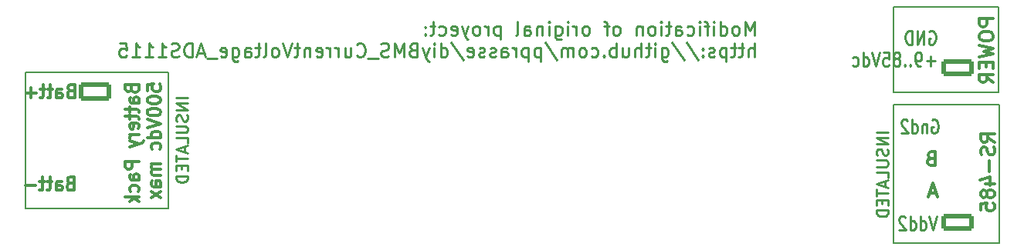
<source format=gbr>
%TF.GenerationSoftware,KiCad,Pcbnew,8.0.3*%
%TF.CreationDate,2024-10-20T11:10:21+02:00*%
%TF.ProjectId,diyBMS_CurrentVoltage_ADS1115,64697942-4d53-45f4-9375-7272656e7456,rev?*%
%TF.SameCoordinates,Original*%
%TF.FileFunction,Legend,Bot*%
%TF.FilePolarity,Positive*%
%FSLAX46Y46*%
G04 Gerber Fmt 4.6, Leading zero omitted, Abs format (unit mm)*
G04 Created by KiCad (PCBNEW 8.0.3) date 2024-10-20 11:10:21*
%MOMM*%
%LPD*%
G01*
G04 APERTURE LIST*
G04 Aperture macros list*
%AMRoundRect*
0 Rectangle with rounded corners*
0 $1 Rounding radius*
0 $2 $3 $4 $5 $6 $7 $8 $9 X,Y pos of 4 corners*
0 Add a 4 corners polygon primitive as box body*
4,1,4,$2,$3,$4,$5,$6,$7,$8,$9,$2,$3,0*
0 Add four circle primitives for the rounded corners*
1,1,$1+$1,$2,$3*
1,1,$1+$1,$4,$5*
1,1,$1+$1,$6,$7*
1,1,$1+$1,$8,$9*
0 Add four rect primitives between the rounded corners*
20,1,$1+$1,$2,$3,$4,$5,0*
20,1,$1+$1,$4,$5,$6,$7,0*
20,1,$1+$1,$6,$7,$8,$9,0*
20,1,$1+$1,$8,$9,$2,$3,0*%
%AMHorizOval*
0 Thick line with rounded ends*
0 $1 width*
0 $2 $3 position (X,Y) of the first rounded end (center of the circle)*
0 $4 $5 position (X,Y) of the second rounded end (center of the circle)*
0 Add line between two ends*
20,1,$1,$2,$3,$4,$5,0*
0 Add two circle primitives to create the rounded ends*
1,1,$1,$2,$3*
1,1,$1,$4,$5*%
G04 Aperture macros list end*
%ADD10C,0.150000*%
%ADD11C,0.200000*%
%ADD12C,0.300000*%
%ADD13C,0.250000*%
%ADD14C,1.440000*%
%ADD15C,0.800000*%
%ADD16O,6.000000X2.500000*%
%ADD17C,3.200000*%
%ADD18C,16.000000*%
%ADD19C,5.600000*%
%ADD20RoundRect,0.250000X1.550000X-0.650000X1.550000X0.650000X-1.550000X0.650000X-1.550000X-0.650000X0*%
%ADD21O,3.600000X1.800000*%
%ADD22R,1.700000X1.700000*%
%ADD23O,1.700000X1.700000*%
%ADD24R,1.500000X1.500000*%
%ADD25C,1.500000*%
%ADD26HorizOval,0.800000X0.000000X0.000000X0.000000X0.000000X0*%
%ADD27HorizOval,0.800000X0.000000X0.000000X0.000000X0.000000X0*%
%ADD28O,9.000000X6.000000*%
%ADD29RoundRect,0.249999X-1.550001X0.790001X-1.550001X-0.790001X1.550001X-0.790001X1.550001X0.790001X0*%
%ADD30O,3.600000X2.080000*%
%ADD31R,1.750000X2.250000*%
%ADD32O,1.750000X2.250000*%
G04 APERTURE END LIST*
D10*
X175945800Y-78587600D02*
X187426600Y-78587600D01*
X187426600Y-88036400D01*
X175945800Y-88036400D01*
X175945800Y-78587600D01*
X175895000Y-89408000D02*
X187528200Y-89408000D01*
X187528200Y-104648000D01*
X175895000Y-104648000D01*
X175895000Y-89408000D01*
D11*
X80772000Y-85852000D02*
X96469200Y-85852000D01*
X96469200Y-100838000D01*
X80772000Y-100838000D01*
X80772000Y-85852000D01*
D12*
X85718232Y-87864314D02*
X85518232Y-87935742D01*
X85518232Y-87935742D02*
X85451565Y-88007171D01*
X85451565Y-88007171D02*
X85384898Y-88150028D01*
X85384898Y-88150028D02*
X85384898Y-88364314D01*
X85384898Y-88364314D02*
X85451565Y-88507171D01*
X85451565Y-88507171D02*
X85518232Y-88578600D01*
X85518232Y-88578600D02*
X85651565Y-88650028D01*
X85651565Y-88650028D02*
X86184898Y-88650028D01*
X86184898Y-88650028D02*
X86184898Y-87150028D01*
X86184898Y-87150028D02*
X85718232Y-87150028D01*
X85718232Y-87150028D02*
X85584898Y-87221457D01*
X85584898Y-87221457D02*
X85518232Y-87292885D01*
X85518232Y-87292885D02*
X85451565Y-87435742D01*
X85451565Y-87435742D02*
X85451565Y-87578600D01*
X85451565Y-87578600D02*
X85518232Y-87721457D01*
X85518232Y-87721457D02*
X85584898Y-87792885D01*
X85584898Y-87792885D02*
X85718232Y-87864314D01*
X85718232Y-87864314D02*
X86184898Y-87864314D01*
X84184898Y-88650028D02*
X84184898Y-87864314D01*
X84184898Y-87864314D02*
X84251565Y-87721457D01*
X84251565Y-87721457D02*
X84384898Y-87650028D01*
X84384898Y-87650028D02*
X84651565Y-87650028D01*
X84651565Y-87650028D02*
X84784898Y-87721457D01*
X84184898Y-88578600D02*
X84318232Y-88650028D01*
X84318232Y-88650028D02*
X84651565Y-88650028D01*
X84651565Y-88650028D02*
X84784898Y-88578600D01*
X84784898Y-88578600D02*
X84851565Y-88435742D01*
X84851565Y-88435742D02*
X84851565Y-88292885D01*
X84851565Y-88292885D02*
X84784898Y-88150028D01*
X84784898Y-88150028D02*
X84651565Y-88078600D01*
X84651565Y-88078600D02*
X84318232Y-88078600D01*
X84318232Y-88078600D02*
X84184898Y-88007171D01*
X83718231Y-87650028D02*
X83184898Y-87650028D01*
X83518231Y-87150028D02*
X83518231Y-88435742D01*
X83518231Y-88435742D02*
X83451565Y-88578600D01*
X83451565Y-88578600D02*
X83318231Y-88650028D01*
X83318231Y-88650028D02*
X83184898Y-88650028D01*
X82918231Y-87650028D02*
X82384898Y-87650028D01*
X82718231Y-87150028D02*
X82718231Y-88435742D01*
X82718231Y-88435742D02*
X82651565Y-88578600D01*
X82651565Y-88578600D02*
X82518231Y-88650028D01*
X82518231Y-88650028D02*
X82384898Y-88650028D01*
X81918231Y-88078600D02*
X80851565Y-88078600D01*
X81384898Y-88650028D02*
X81384898Y-87507171D01*
X186998828Y-93486653D02*
X186284542Y-92986653D01*
X186998828Y-92629510D02*
X185498828Y-92629510D01*
X185498828Y-92629510D02*
X185498828Y-93200939D01*
X185498828Y-93200939D02*
X185570257Y-93343796D01*
X185570257Y-93343796D02*
X185641685Y-93415225D01*
X185641685Y-93415225D02*
X185784542Y-93486653D01*
X185784542Y-93486653D02*
X185998828Y-93486653D01*
X185998828Y-93486653D02*
X186141685Y-93415225D01*
X186141685Y-93415225D02*
X186213114Y-93343796D01*
X186213114Y-93343796D02*
X186284542Y-93200939D01*
X186284542Y-93200939D02*
X186284542Y-92629510D01*
X186927400Y-94058082D02*
X186998828Y-94272368D01*
X186998828Y-94272368D02*
X186998828Y-94629510D01*
X186998828Y-94629510D02*
X186927400Y-94772368D01*
X186927400Y-94772368D02*
X186855971Y-94843796D01*
X186855971Y-94843796D02*
X186713114Y-94915225D01*
X186713114Y-94915225D02*
X186570257Y-94915225D01*
X186570257Y-94915225D02*
X186427400Y-94843796D01*
X186427400Y-94843796D02*
X186355971Y-94772368D01*
X186355971Y-94772368D02*
X186284542Y-94629510D01*
X186284542Y-94629510D02*
X186213114Y-94343796D01*
X186213114Y-94343796D02*
X186141685Y-94200939D01*
X186141685Y-94200939D02*
X186070257Y-94129510D01*
X186070257Y-94129510D02*
X185927400Y-94058082D01*
X185927400Y-94058082D02*
X185784542Y-94058082D01*
X185784542Y-94058082D02*
X185641685Y-94129510D01*
X185641685Y-94129510D02*
X185570257Y-94200939D01*
X185570257Y-94200939D02*
X185498828Y-94343796D01*
X185498828Y-94343796D02*
X185498828Y-94700939D01*
X185498828Y-94700939D02*
X185570257Y-94915225D01*
X186427400Y-95558081D02*
X186427400Y-96700939D01*
X185998828Y-98058082D02*
X186998828Y-98058082D01*
X185427400Y-97700939D02*
X186498828Y-97343796D01*
X186498828Y-97343796D02*
X186498828Y-98272367D01*
X186141685Y-99058081D02*
X186070257Y-98915224D01*
X186070257Y-98915224D02*
X185998828Y-98843795D01*
X185998828Y-98843795D02*
X185855971Y-98772367D01*
X185855971Y-98772367D02*
X185784542Y-98772367D01*
X185784542Y-98772367D02*
X185641685Y-98843795D01*
X185641685Y-98843795D02*
X185570257Y-98915224D01*
X185570257Y-98915224D02*
X185498828Y-99058081D01*
X185498828Y-99058081D02*
X185498828Y-99343795D01*
X185498828Y-99343795D02*
X185570257Y-99486653D01*
X185570257Y-99486653D02*
X185641685Y-99558081D01*
X185641685Y-99558081D02*
X185784542Y-99629510D01*
X185784542Y-99629510D02*
X185855971Y-99629510D01*
X185855971Y-99629510D02*
X185998828Y-99558081D01*
X185998828Y-99558081D02*
X186070257Y-99486653D01*
X186070257Y-99486653D02*
X186141685Y-99343795D01*
X186141685Y-99343795D02*
X186141685Y-99058081D01*
X186141685Y-99058081D02*
X186213114Y-98915224D01*
X186213114Y-98915224D02*
X186284542Y-98843795D01*
X186284542Y-98843795D02*
X186427400Y-98772367D01*
X186427400Y-98772367D02*
X186713114Y-98772367D01*
X186713114Y-98772367D02*
X186855971Y-98843795D01*
X186855971Y-98843795D02*
X186927400Y-98915224D01*
X186927400Y-98915224D02*
X186998828Y-99058081D01*
X186998828Y-99058081D02*
X186998828Y-99343795D01*
X186998828Y-99343795D02*
X186927400Y-99486653D01*
X186927400Y-99486653D02*
X186855971Y-99558081D01*
X186855971Y-99558081D02*
X186713114Y-99629510D01*
X186713114Y-99629510D02*
X186427400Y-99629510D01*
X186427400Y-99629510D02*
X186284542Y-99558081D01*
X186284542Y-99558081D02*
X186213114Y-99486653D01*
X186213114Y-99486653D02*
X186141685Y-99343795D01*
X185498828Y-100986652D02*
X185498828Y-100272366D01*
X185498828Y-100272366D02*
X186213114Y-100200938D01*
X186213114Y-100200938D02*
X186141685Y-100272366D01*
X186141685Y-100272366D02*
X186070257Y-100415224D01*
X186070257Y-100415224D02*
X186070257Y-100772366D01*
X186070257Y-100772366D02*
X186141685Y-100915224D01*
X186141685Y-100915224D02*
X186213114Y-100986652D01*
X186213114Y-100986652D02*
X186355971Y-101058081D01*
X186355971Y-101058081D02*
X186713114Y-101058081D01*
X186713114Y-101058081D02*
X186855971Y-100986652D01*
X186855971Y-100986652D02*
X186927400Y-100915224D01*
X186927400Y-100915224D02*
X186998828Y-100772366D01*
X186998828Y-100772366D02*
X186998828Y-100415224D01*
X186998828Y-100415224D02*
X186927400Y-100272366D01*
X186927400Y-100272366D02*
X186855971Y-100200938D01*
X180618917Y-99092657D02*
X179904632Y-99092657D01*
X180761774Y-99521228D02*
X180261774Y-98021228D01*
X180261774Y-98021228D02*
X179761774Y-99521228D01*
D13*
X175348023Y-92410092D02*
X174098023Y-92410092D01*
X175348023Y-93005330D02*
X174098023Y-93005330D01*
X174098023Y-93005330D02*
X175348023Y-93719615D01*
X175348023Y-93719615D02*
X174098023Y-93719615D01*
X175288500Y-94255330D02*
X175348023Y-94433901D01*
X175348023Y-94433901D02*
X175348023Y-94731520D01*
X175348023Y-94731520D02*
X175288500Y-94850568D01*
X175288500Y-94850568D02*
X175228976Y-94910092D01*
X175228976Y-94910092D02*
X175109928Y-94969615D01*
X175109928Y-94969615D02*
X174990880Y-94969615D01*
X174990880Y-94969615D02*
X174871833Y-94910092D01*
X174871833Y-94910092D02*
X174812309Y-94850568D01*
X174812309Y-94850568D02*
X174752785Y-94731520D01*
X174752785Y-94731520D02*
X174693261Y-94493425D01*
X174693261Y-94493425D02*
X174633738Y-94374377D01*
X174633738Y-94374377D02*
X174574214Y-94314854D01*
X174574214Y-94314854D02*
X174455166Y-94255330D01*
X174455166Y-94255330D02*
X174336119Y-94255330D01*
X174336119Y-94255330D02*
X174217071Y-94314854D01*
X174217071Y-94314854D02*
X174157547Y-94374377D01*
X174157547Y-94374377D02*
X174098023Y-94493425D01*
X174098023Y-94493425D02*
X174098023Y-94791044D01*
X174098023Y-94791044D02*
X174157547Y-94969615D01*
X174098023Y-95505330D02*
X175109928Y-95505330D01*
X175109928Y-95505330D02*
X175228976Y-95564853D01*
X175228976Y-95564853D02*
X175288500Y-95624377D01*
X175288500Y-95624377D02*
X175348023Y-95743425D01*
X175348023Y-95743425D02*
X175348023Y-95981520D01*
X175348023Y-95981520D02*
X175288500Y-96100568D01*
X175288500Y-96100568D02*
X175228976Y-96160091D01*
X175228976Y-96160091D02*
X175109928Y-96219615D01*
X175109928Y-96219615D02*
X174098023Y-96219615D01*
X175348023Y-97410092D02*
X175348023Y-96814854D01*
X175348023Y-96814854D02*
X174098023Y-96814854D01*
X174990880Y-97767235D02*
X174990880Y-98362473D01*
X175348023Y-97648187D02*
X174098023Y-98064854D01*
X174098023Y-98064854D02*
X175348023Y-98481520D01*
X174098023Y-98719616D02*
X174098023Y-99433902D01*
X175348023Y-99076759D02*
X174098023Y-99076759D01*
X174693261Y-99850569D02*
X174693261Y-100267235D01*
X175348023Y-100445807D02*
X175348023Y-99850569D01*
X175348023Y-99850569D02*
X174098023Y-99850569D01*
X174098023Y-99850569D02*
X174098023Y-100445807D01*
X175348023Y-100981521D02*
X174098023Y-100981521D01*
X174098023Y-100981521D02*
X174098023Y-101279140D01*
X174098023Y-101279140D02*
X174157547Y-101457711D01*
X174157547Y-101457711D02*
X174276595Y-101576759D01*
X174276595Y-101576759D02*
X174395642Y-101636282D01*
X174395642Y-101636282D02*
X174633738Y-101695806D01*
X174633738Y-101695806D02*
X174812309Y-101695806D01*
X174812309Y-101695806D02*
X175050404Y-101636282D01*
X175050404Y-101636282D02*
X175169452Y-101576759D01*
X175169452Y-101576759D02*
X175288500Y-101457711D01*
X175288500Y-101457711D02*
X175348023Y-101279140D01*
X175348023Y-101279140D02*
X175348023Y-100981521D01*
D12*
X85667432Y-98024314D02*
X85467432Y-98095742D01*
X85467432Y-98095742D02*
X85400765Y-98167171D01*
X85400765Y-98167171D02*
X85334098Y-98310028D01*
X85334098Y-98310028D02*
X85334098Y-98524314D01*
X85334098Y-98524314D02*
X85400765Y-98667171D01*
X85400765Y-98667171D02*
X85467432Y-98738600D01*
X85467432Y-98738600D02*
X85600765Y-98810028D01*
X85600765Y-98810028D02*
X86134098Y-98810028D01*
X86134098Y-98810028D02*
X86134098Y-97310028D01*
X86134098Y-97310028D02*
X85667432Y-97310028D01*
X85667432Y-97310028D02*
X85534098Y-97381457D01*
X85534098Y-97381457D02*
X85467432Y-97452885D01*
X85467432Y-97452885D02*
X85400765Y-97595742D01*
X85400765Y-97595742D02*
X85400765Y-97738600D01*
X85400765Y-97738600D02*
X85467432Y-97881457D01*
X85467432Y-97881457D02*
X85534098Y-97952885D01*
X85534098Y-97952885D02*
X85667432Y-98024314D01*
X85667432Y-98024314D02*
X86134098Y-98024314D01*
X84134098Y-98810028D02*
X84134098Y-98024314D01*
X84134098Y-98024314D02*
X84200765Y-97881457D01*
X84200765Y-97881457D02*
X84334098Y-97810028D01*
X84334098Y-97810028D02*
X84600765Y-97810028D01*
X84600765Y-97810028D02*
X84734098Y-97881457D01*
X84134098Y-98738600D02*
X84267432Y-98810028D01*
X84267432Y-98810028D02*
X84600765Y-98810028D01*
X84600765Y-98810028D02*
X84734098Y-98738600D01*
X84734098Y-98738600D02*
X84800765Y-98595742D01*
X84800765Y-98595742D02*
X84800765Y-98452885D01*
X84800765Y-98452885D02*
X84734098Y-98310028D01*
X84734098Y-98310028D02*
X84600765Y-98238600D01*
X84600765Y-98238600D02*
X84267432Y-98238600D01*
X84267432Y-98238600D02*
X84134098Y-98167171D01*
X83667431Y-97810028D02*
X83134098Y-97810028D01*
X83467431Y-97310028D02*
X83467431Y-98595742D01*
X83467431Y-98595742D02*
X83400765Y-98738600D01*
X83400765Y-98738600D02*
X83267431Y-98810028D01*
X83267431Y-98810028D02*
X83134098Y-98810028D01*
X82867431Y-97810028D02*
X82334098Y-97810028D01*
X82667431Y-97310028D02*
X82667431Y-98595742D01*
X82667431Y-98595742D02*
X82600765Y-98738600D01*
X82600765Y-98738600D02*
X82467431Y-98810028D01*
X82467431Y-98810028D02*
X82334098Y-98810028D01*
X81867431Y-98238600D02*
X80800765Y-98238600D01*
X92408998Y-87662168D02*
X92480426Y-87862168D01*
X92480426Y-87862168D02*
X92551855Y-87928834D01*
X92551855Y-87928834D02*
X92694712Y-87995501D01*
X92694712Y-87995501D02*
X92908998Y-87995501D01*
X92908998Y-87995501D02*
X93051855Y-87928834D01*
X93051855Y-87928834D02*
X93123284Y-87862168D01*
X93123284Y-87862168D02*
X93194712Y-87728834D01*
X93194712Y-87728834D02*
X93194712Y-87195501D01*
X93194712Y-87195501D02*
X91694712Y-87195501D01*
X91694712Y-87195501D02*
X91694712Y-87662168D01*
X91694712Y-87662168D02*
X91766141Y-87795501D01*
X91766141Y-87795501D02*
X91837569Y-87862168D01*
X91837569Y-87862168D02*
X91980426Y-87928834D01*
X91980426Y-87928834D02*
X92123284Y-87928834D01*
X92123284Y-87928834D02*
X92266141Y-87862168D01*
X92266141Y-87862168D02*
X92337569Y-87795501D01*
X92337569Y-87795501D02*
X92408998Y-87662168D01*
X92408998Y-87662168D02*
X92408998Y-87195501D01*
X93194712Y-89195501D02*
X92408998Y-89195501D01*
X92408998Y-89195501D02*
X92266141Y-89128834D01*
X92266141Y-89128834D02*
X92194712Y-88995501D01*
X92194712Y-88995501D02*
X92194712Y-88728834D01*
X92194712Y-88728834D02*
X92266141Y-88595501D01*
X93123284Y-89195501D02*
X93194712Y-89062168D01*
X93194712Y-89062168D02*
X93194712Y-88728834D01*
X93194712Y-88728834D02*
X93123284Y-88595501D01*
X93123284Y-88595501D02*
X92980426Y-88528834D01*
X92980426Y-88528834D02*
X92837569Y-88528834D01*
X92837569Y-88528834D02*
X92694712Y-88595501D01*
X92694712Y-88595501D02*
X92623284Y-88728834D01*
X92623284Y-88728834D02*
X92623284Y-89062168D01*
X92623284Y-89062168D02*
X92551855Y-89195501D01*
X92194712Y-89662168D02*
X92194712Y-90195501D01*
X91694712Y-89862168D02*
X92980426Y-89862168D01*
X92980426Y-89862168D02*
X93123284Y-89928835D01*
X93123284Y-89928835D02*
X93194712Y-90062168D01*
X93194712Y-90062168D02*
X93194712Y-90195501D01*
X92194712Y-90462168D02*
X92194712Y-90995501D01*
X91694712Y-90662168D02*
X92980426Y-90662168D01*
X92980426Y-90662168D02*
X93123284Y-90728835D01*
X93123284Y-90728835D02*
X93194712Y-90862168D01*
X93194712Y-90862168D02*
X93194712Y-90995501D01*
X93123284Y-91995501D02*
X93194712Y-91862168D01*
X93194712Y-91862168D02*
X93194712Y-91595501D01*
X93194712Y-91595501D02*
X93123284Y-91462168D01*
X93123284Y-91462168D02*
X92980426Y-91395501D01*
X92980426Y-91395501D02*
X92408998Y-91395501D01*
X92408998Y-91395501D02*
X92266141Y-91462168D01*
X92266141Y-91462168D02*
X92194712Y-91595501D01*
X92194712Y-91595501D02*
X92194712Y-91862168D01*
X92194712Y-91862168D02*
X92266141Y-91995501D01*
X92266141Y-91995501D02*
X92408998Y-92062168D01*
X92408998Y-92062168D02*
X92551855Y-92062168D01*
X92551855Y-92062168D02*
X92694712Y-91395501D01*
X93194712Y-92662168D02*
X92194712Y-92662168D01*
X92480426Y-92662168D02*
X92337569Y-92728835D01*
X92337569Y-92728835D02*
X92266141Y-92795501D01*
X92266141Y-92795501D02*
X92194712Y-92928835D01*
X92194712Y-92928835D02*
X92194712Y-93062168D01*
X92194712Y-93395502D02*
X93194712Y-93728835D01*
X92194712Y-94062168D02*
X93194712Y-93728835D01*
X93194712Y-93728835D02*
X93551855Y-93595502D01*
X93551855Y-93595502D02*
X93623284Y-93528835D01*
X93623284Y-93528835D02*
X93694712Y-93395502D01*
X93194712Y-95662169D02*
X91694712Y-95662169D01*
X91694712Y-95662169D02*
X91694712Y-96195502D01*
X91694712Y-96195502D02*
X91766141Y-96328836D01*
X91766141Y-96328836D02*
X91837569Y-96395502D01*
X91837569Y-96395502D02*
X91980426Y-96462169D01*
X91980426Y-96462169D02*
X92194712Y-96462169D01*
X92194712Y-96462169D02*
X92337569Y-96395502D01*
X92337569Y-96395502D02*
X92408998Y-96328836D01*
X92408998Y-96328836D02*
X92480426Y-96195502D01*
X92480426Y-96195502D02*
X92480426Y-95662169D01*
X93194712Y-97662169D02*
X92408998Y-97662169D01*
X92408998Y-97662169D02*
X92266141Y-97595502D01*
X92266141Y-97595502D02*
X92194712Y-97462169D01*
X92194712Y-97462169D02*
X92194712Y-97195502D01*
X92194712Y-97195502D02*
X92266141Y-97062169D01*
X93123284Y-97662169D02*
X93194712Y-97528836D01*
X93194712Y-97528836D02*
X93194712Y-97195502D01*
X93194712Y-97195502D02*
X93123284Y-97062169D01*
X93123284Y-97062169D02*
X92980426Y-96995502D01*
X92980426Y-96995502D02*
X92837569Y-96995502D01*
X92837569Y-96995502D02*
X92694712Y-97062169D01*
X92694712Y-97062169D02*
X92623284Y-97195502D01*
X92623284Y-97195502D02*
X92623284Y-97528836D01*
X92623284Y-97528836D02*
X92551855Y-97662169D01*
X93123284Y-98928836D02*
X93194712Y-98795503D01*
X93194712Y-98795503D02*
X93194712Y-98528836D01*
X93194712Y-98528836D02*
X93123284Y-98395503D01*
X93123284Y-98395503D02*
X93051855Y-98328836D01*
X93051855Y-98328836D02*
X92908998Y-98262169D01*
X92908998Y-98262169D02*
X92480426Y-98262169D01*
X92480426Y-98262169D02*
X92337569Y-98328836D01*
X92337569Y-98328836D02*
X92266141Y-98395503D01*
X92266141Y-98395503D02*
X92194712Y-98528836D01*
X92194712Y-98528836D02*
X92194712Y-98795503D01*
X92194712Y-98795503D02*
X92266141Y-98928836D01*
X93194712Y-99528836D02*
X91694712Y-99528836D01*
X92623284Y-99662169D02*
X93194712Y-100062169D01*
X92194712Y-100062169D02*
X92766141Y-99528836D01*
X94109628Y-87862168D02*
X94109628Y-87195501D01*
X94109628Y-87195501D02*
X94823914Y-87128834D01*
X94823914Y-87128834D02*
X94752485Y-87195501D01*
X94752485Y-87195501D02*
X94681057Y-87328834D01*
X94681057Y-87328834D02*
X94681057Y-87662168D01*
X94681057Y-87662168D02*
X94752485Y-87795501D01*
X94752485Y-87795501D02*
X94823914Y-87862168D01*
X94823914Y-87862168D02*
X94966771Y-87928834D01*
X94966771Y-87928834D02*
X95323914Y-87928834D01*
X95323914Y-87928834D02*
X95466771Y-87862168D01*
X95466771Y-87862168D02*
X95538200Y-87795501D01*
X95538200Y-87795501D02*
X95609628Y-87662168D01*
X95609628Y-87662168D02*
X95609628Y-87328834D01*
X95609628Y-87328834D02*
X95538200Y-87195501D01*
X95538200Y-87195501D02*
X95466771Y-87128834D01*
X94109628Y-88795501D02*
X94109628Y-88928834D01*
X94109628Y-88928834D02*
X94181057Y-89062167D01*
X94181057Y-89062167D02*
X94252485Y-89128834D01*
X94252485Y-89128834D02*
X94395342Y-89195501D01*
X94395342Y-89195501D02*
X94681057Y-89262167D01*
X94681057Y-89262167D02*
X95038200Y-89262167D01*
X95038200Y-89262167D02*
X95323914Y-89195501D01*
X95323914Y-89195501D02*
X95466771Y-89128834D01*
X95466771Y-89128834D02*
X95538200Y-89062167D01*
X95538200Y-89062167D02*
X95609628Y-88928834D01*
X95609628Y-88928834D02*
X95609628Y-88795501D01*
X95609628Y-88795501D02*
X95538200Y-88662167D01*
X95538200Y-88662167D02*
X95466771Y-88595501D01*
X95466771Y-88595501D02*
X95323914Y-88528834D01*
X95323914Y-88528834D02*
X95038200Y-88462167D01*
X95038200Y-88462167D02*
X94681057Y-88462167D01*
X94681057Y-88462167D02*
X94395342Y-88528834D01*
X94395342Y-88528834D02*
X94252485Y-88595501D01*
X94252485Y-88595501D02*
X94181057Y-88662167D01*
X94181057Y-88662167D02*
X94109628Y-88795501D01*
X94109628Y-90128834D02*
X94109628Y-90262167D01*
X94109628Y-90262167D02*
X94181057Y-90395500D01*
X94181057Y-90395500D02*
X94252485Y-90462167D01*
X94252485Y-90462167D02*
X94395342Y-90528834D01*
X94395342Y-90528834D02*
X94681057Y-90595500D01*
X94681057Y-90595500D02*
X95038200Y-90595500D01*
X95038200Y-90595500D02*
X95323914Y-90528834D01*
X95323914Y-90528834D02*
X95466771Y-90462167D01*
X95466771Y-90462167D02*
X95538200Y-90395500D01*
X95538200Y-90395500D02*
X95609628Y-90262167D01*
X95609628Y-90262167D02*
X95609628Y-90128834D01*
X95609628Y-90128834D02*
X95538200Y-89995500D01*
X95538200Y-89995500D02*
X95466771Y-89928834D01*
X95466771Y-89928834D02*
X95323914Y-89862167D01*
X95323914Y-89862167D02*
X95038200Y-89795500D01*
X95038200Y-89795500D02*
X94681057Y-89795500D01*
X94681057Y-89795500D02*
X94395342Y-89862167D01*
X94395342Y-89862167D02*
X94252485Y-89928834D01*
X94252485Y-89928834D02*
X94181057Y-89995500D01*
X94181057Y-89995500D02*
X94109628Y-90128834D01*
X94109628Y-90995500D02*
X95609628Y-91462167D01*
X95609628Y-91462167D02*
X94109628Y-91928833D01*
X95609628Y-92995500D02*
X94109628Y-92995500D01*
X95538200Y-92995500D02*
X95609628Y-92862167D01*
X95609628Y-92862167D02*
X95609628Y-92595500D01*
X95609628Y-92595500D02*
X95538200Y-92462167D01*
X95538200Y-92462167D02*
X95466771Y-92395500D01*
X95466771Y-92395500D02*
X95323914Y-92328833D01*
X95323914Y-92328833D02*
X94895342Y-92328833D01*
X94895342Y-92328833D02*
X94752485Y-92395500D01*
X94752485Y-92395500D02*
X94681057Y-92462167D01*
X94681057Y-92462167D02*
X94609628Y-92595500D01*
X94609628Y-92595500D02*
X94609628Y-92862167D01*
X94609628Y-92862167D02*
X94681057Y-92995500D01*
X95538200Y-94262167D02*
X95609628Y-94128834D01*
X95609628Y-94128834D02*
X95609628Y-93862167D01*
X95609628Y-93862167D02*
X95538200Y-93728834D01*
X95538200Y-93728834D02*
X95466771Y-93662167D01*
X95466771Y-93662167D02*
X95323914Y-93595500D01*
X95323914Y-93595500D02*
X94895342Y-93595500D01*
X94895342Y-93595500D02*
X94752485Y-93662167D01*
X94752485Y-93662167D02*
X94681057Y-93728834D01*
X94681057Y-93728834D02*
X94609628Y-93862167D01*
X94609628Y-93862167D02*
X94609628Y-94128834D01*
X94609628Y-94128834D02*
X94681057Y-94262167D01*
X95609628Y-95928834D02*
X94609628Y-95928834D01*
X94752485Y-95928834D02*
X94681057Y-95995501D01*
X94681057Y-95995501D02*
X94609628Y-96128834D01*
X94609628Y-96128834D02*
X94609628Y-96328834D01*
X94609628Y-96328834D02*
X94681057Y-96462167D01*
X94681057Y-96462167D02*
X94823914Y-96528834D01*
X94823914Y-96528834D02*
X95609628Y-96528834D01*
X94823914Y-96528834D02*
X94681057Y-96595501D01*
X94681057Y-96595501D02*
X94609628Y-96728834D01*
X94609628Y-96728834D02*
X94609628Y-96928834D01*
X94609628Y-96928834D02*
X94681057Y-97062167D01*
X94681057Y-97062167D02*
X94823914Y-97128834D01*
X94823914Y-97128834D02*
X95609628Y-97128834D01*
X95609628Y-98395501D02*
X94823914Y-98395501D01*
X94823914Y-98395501D02*
X94681057Y-98328834D01*
X94681057Y-98328834D02*
X94609628Y-98195501D01*
X94609628Y-98195501D02*
X94609628Y-97928834D01*
X94609628Y-97928834D02*
X94681057Y-97795501D01*
X95538200Y-98395501D02*
X95609628Y-98262168D01*
X95609628Y-98262168D02*
X95609628Y-97928834D01*
X95609628Y-97928834D02*
X95538200Y-97795501D01*
X95538200Y-97795501D02*
X95395342Y-97728834D01*
X95395342Y-97728834D02*
X95252485Y-97728834D01*
X95252485Y-97728834D02*
X95109628Y-97795501D01*
X95109628Y-97795501D02*
X95038200Y-97928834D01*
X95038200Y-97928834D02*
X95038200Y-98262168D01*
X95038200Y-98262168D02*
X94966771Y-98395501D01*
X95609628Y-98928835D02*
X94609628Y-99662168D01*
X94609628Y-98928835D02*
X95609628Y-99662168D01*
X186871828Y-79929510D02*
X185371828Y-79929510D01*
X185371828Y-79929510D02*
X185371828Y-80500939D01*
X185371828Y-80500939D02*
X185443257Y-80643796D01*
X185443257Y-80643796D02*
X185514685Y-80715225D01*
X185514685Y-80715225D02*
X185657542Y-80786653D01*
X185657542Y-80786653D02*
X185871828Y-80786653D01*
X185871828Y-80786653D02*
X186014685Y-80715225D01*
X186014685Y-80715225D02*
X186086114Y-80643796D01*
X186086114Y-80643796D02*
X186157542Y-80500939D01*
X186157542Y-80500939D02*
X186157542Y-79929510D01*
X185371828Y-81715225D02*
X185371828Y-82000939D01*
X185371828Y-82000939D02*
X185443257Y-82143796D01*
X185443257Y-82143796D02*
X185586114Y-82286653D01*
X185586114Y-82286653D02*
X185871828Y-82358082D01*
X185871828Y-82358082D02*
X186371828Y-82358082D01*
X186371828Y-82358082D02*
X186657542Y-82286653D01*
X186657542Y-82286653D02*
X186800400Y-82143796D01*
X186800400Y-82143796D02*
X186871828Y-82000939D01*
X186871828Y-82000939D02*
X186871828Y-81715225D01*
X186871828Y-81715225D02*
X186800400Y-81572368D01*
X186800400Y-81572368D02*
X186657542Y-81429510D01*
X186657542Y-81429510D02*
X186371828Y-81358082D01*
X186371828Y-81358082D02*
X185871828Y-81358082D01*
X185871828Y-81358082D02*
X185586114Y-81429510D01*
X185586114Y-81429510D02*
X185443257Y-81572368D01*
X185443257Y-81572368D02*
X185371828Y-81715225D01*
X185371828Y-82858082D02*
X186871828Y-83215225D01*
X186871828Y-83215225D02*
X185800400Y-83500939D01*
X185800400Y-83500939D02*
X186871828Y-83786654D01*
X186871828Y-83786654D02*
X185371828Y-84143797D01*
X186086114Y-84715225D02*
X186086114Y-85215225D01*
X186871828Y-85429511D02*
X186871828Y-84715225D01*
X186871828Y-84715225D02*
X185371828Y-84715225D01*
X185371828Y-84715225D02*
X185371828Y-85429511D01*
X186871828Y-86929511D02*
X186157542Y-86429511D01*
X186871828Y-86072368D02*
X185371828Y-86072368D01*
X185371828Y-86072368D02*
X185371828Y-86643797D01*
X185371828Y-86643797D02*
X185443257Y-86786654D01*
X185443257Y-86786654D02*
X185514685Y-86858083D01*
X185514685Y-86858083D02*
X185657542Y-86929511D01*
X185657542Y-86929511D02*
X185871828Y-86929511D01*
X185871828Y-86929511D02*
X186014685Y-86858083D01*
X186014685Y-86858083D02*
X186086114Y-86786654D01*
X186086114Y-86786654D02*
X186157542Y-86643797D01*
X186157542Y-86643797D02*
X186157542Y-86072368D01*
D13*
X180691479Y-101681428D02*
X180274812Y-103181428D01*
X180274812Y-103181428D02*
X179858146Y-101681428D01*
X178905764Y-103181428D02*
X178905764Y-101681428D01*
X178905764Y-103110000D02*
X179024812Y-103181428D01*
X179024812Y-103181428D02*
X179262907Y-103181428D01*
X179262907Y-103181428D02*
X179381955Y-103110000D01*
X179381955Y-103110000D02*
X179441478Y-103038571D01*
X179441478Y-103038571D02*
X179501002Y-102895714D01*
X179501002Y-102895714D02*
X179501002Y-102467142D01*
X179501002Y-102467142D02*
X179441478Y-102324285D01*
X179441478Y-102324285D02*
X179381955Y-102252857D01*
X179381955Y-102252857D02*
X179262907Y-102181428D01*
X179262907Y-102181428D02*
X179024812Y-102181428D01*
X179024812Y-102181428D02*
X178905764Y-102252857D01*
X177774812Y-103181428D02*
X177774812Y-101681428D01*
X177774812Y-103110000D02*
X177893860Y-103181428D01*
X177893860Y-103181428D02*
X178131955Y-103181428D01*
X178131955Y-103181428D02*
X178251003Y-103110000D01*
X178251003Y-103110000D02*
X178310526Y-103038571D01*
X178310526Y-103038571D02*
X178370050Y-102895714D01*
X178370050Y-102895714D02*
X178370050Y-102467142D01*
X178370050Y-102467142D02*
X178310526Y-102324285D01*
X178310526Y-102324285D02*
X178251003Y-102252857D01*
X178251003Y-102252857D02*
X178131955Y-102181428D01*
X178131955Y-102181428D02*
X177893860Y-102181428D01*
X177893860Y-102181428D02*
X177774812Y-102252857D01*
X177239098Y-101824285D02*
X177179574Y-101752857D01*
X177179574Y-101752857D02*
X177060527Y-101681428D01*
X177060527Y-101681428D02*
X176762908Y-101681428D01*
X176762908Y-101681428D02*
X176643860Y-101752857D01*
X176643860Y-101752857D02*
X176584336Y-101824285D01*
X176584336Y-101824285D02*
X176524813Y-101967142D01*
X176524813Y-101967142D02*
X176524813Y-102110000D01*
X176524813Y-102110000D02*
X176584336Y-102324285D01*
X176584336Y-102324285D02*
X177298622Y-103181428D01*
X177298622Y-103181428D02*
X176524813Y-103181428D01*
X180150241Y-91084857D02*
X180264527Y-91013428D01*
X180264527Y-91013428D02*
X180435955Y-91013428D01*
X180435955Y-91013428D02*
X180607384Y-91084857D01*
X180607384Y-91084857D02*
X180721669Y-91227714D01*
X180721669Y-91227714D02*
X180778812Y-91370571D01*
X180778812Y-91370571D02*
X180835955Y-91656285D01*
X180835955Y-91656285D02*
X180835955Y-91870571D01*
X180835955Y-91870571D02*
X180778812Y-92156285D01*
X180778812Y-92156285D02*
X180721669Y-92299142D01*
X180721669Y-92299142D02*
X180607384Y-92442000D01*
X180607384Y-92442000D02*
X180435955Y-92513428D01*
X180435955Y-92513428D02*
X180321669Y-92513428D01*
X180321669Y-92513428D02*
X180150241Y-92442000D01*
X180150241Y-92442000D02*
X180093098Y-92370571D01*
X180093098Y-92370571D02*
X180093098Y-91870571D01*
X180093098Y-91870571D02*
X180321669Y-91870571D01*
X179578812Y-91513428D02*
X179578812Y-92513428D01*
X179578812Y-91656285D02*
X179521669Y-91584857D01*
X179521669Y-91584857D02*
X179407384Y-91513428D01*
X179407384Y-91513428D02*
X179235955Y-91513428D01*
X179235955Y-91513428D02*
X179121669Y-91584857D01*
X179121669Y-91584857D02*
X179064527Y-91727714D01*
X179064527Y-91727714D02*
X179064527Y-92513428D01*
X177978813Y-92513428D02*
X177978813Y-91013428D01*
X177978813Y-92442000D02*
X178093098Y-92513428D01*
X178093098Y-92513428D02*
X178321670Y-92513428D01*
X178321670Y-92513428D02*
X178435955Y-92442000D01*
X178435955Y-92442000D02*
X178493098Y-92370571D01*
X178493098Y-92370571D02*
X178550241Y-92227714D01*
X178550241Y-92227714D02*
X178550241Y-91799142D01*
X178550241Y-91799142D02*
X178493098Y-91656285D01*
X178493098Y-91656285D02*
X178435955Y-91584857D01*
X178435955Y-91584857D02*
X178321670Y-91513428D01*
X178321670Y-91513428D02*
X178093098Y-91513428D01*
X178093098Y-91513428D02*
X177978813Y-91584857D01*
X177464527Y-91156285D02*
X177407384Y-91084857D01*
X177407384Y-91084857D02*
X177293099Y-91013428D01*
X177293099Y-91013428D02*
X177007384Y-91013428D01*
X177007384Y-91013428D02*
X176893099Y-91084857D01*
X176893099Y-91084857D02*
X176835956Y-91156285D01*
X176835956Y-91156285D02*
X176778813Y-91299142D01*
X176778813Y-91299142D02*
X176778813Y-91442000D01*
X176778813Y-91442000D02*
X176835956Y-91656285D01*
X176835956Y-91656285D02*
X177521670Y-92513428D01*
X177521670Y-92513428D02*
X176778813Y-92513428D01*
X98538423Y-88650892D02*
X97288423Y-88650892D01*
X98538423Y-89246130D02*
X97288423Y-89246130D01*
X97288423Y-89246130D02*
X98538423Y-89960415D01*
X98538423Y-89960415D02*
X97288423Y-89960415D01*
X98478900Y-90496130D02*
X98538423Y-90674701D01*
X98538423Y-90674701D02*
X98538423Y-90972320D01*
X98538423Y-90972320D02*
X98478900Y-91091368D01*
X98478900Y-91091368D02*
X98419376Y-91150892D01*
X98419376Y-91150892D02*
X98300328Y-91210415D01*
X98300328Y-91210415D02*
X98181280Y-91210415D01*
X98181280Y-91210415D02*
X98062233Y-91150892D01*
X98062233Y-91150892D02*
X98002709Y-91091368D01*
X98002709Y-91091368D02*
X97943185Y-90972320D01*
X97943185Y-90972320D02*
X97883661Y-90734225D01*
X97883661Y-90734225D02*
X97824138Y-90615177D01*
X97824138Y-90615177D02*
X97764614Y-90555654D01*
X97764614Y-90555654D02*
X97645566Y-90496130D01*
X97645566Y-90496130D02*
X97526519Y-90496130D01*
X97526519Y-90496130D02*
X97407471Y-90555654D01*
X97407471Y-90555654D02*
X97347947Y-90615177D01*
X97347947Y-90615177D02*
X97288423Y-90734225D01*
X97288423Y-90734225D02*
X97288423Y-91031844D01*
X97288423Y-91031844D02*
X97347947Y-91210415D01*
X97288423Y-91746130D02*
X98300328Y-91746130D01*
X98300328Y-91746130D02*
X98419376Y-91805653D01*
X98419376Y-91805653D02*
X98478900Y-91865177D01*
X98478900Y-91865177D02*
X98538423Y-91984225D01*
X98538423Y-91984225D02*
X98538423Y-92222320D01*
X98538423Y-92222320D02*
X98478900Y-92341368D01*
X98478900Y-92341368D02*
X98419376Y-92400891D01*
X98419376Y-92400891D02*
X98300328Y-92460415D01*
X98300328Y-92460415D02*
X97288423Y-92460415D01*
X98538423Y-93650892D02*
X98538423Y-93055654D01*
X98538423Y-93055654D02*
X97288423Y-93055654D01*
X98181280Y-94008035D02*
X98181280Y-94603273D01*
X98538423Y-93888987D02*
X97288423Y-94305654D01*
X97288423Y-94305654D02*
X98538423Y-94722320D01*
X97288423Y-94960416D02*
X97288423Y-95674702D01*
X98538423Y-95317559D02*
X97288423Y-95317559D01*
X97883661Y-96091369D02*
X97883661Y-96508035D01*
X98538423Y-96686607D02*
X98538423Y-96091369D01*
X98538423Y-96091369D02*
X97288423Y-96091369D01*
X97288423Y-96091369D02*
X97288423Y-96686607D01*
X98538423Y-97222321D02*
X97288423Y-97222321D01*
X97288423Y-97222321D02*
X97288423Y-97519940D01*
X97288423Y-97519940D02*
X97347947Y-97698511D01*
X97347947Y-97698511D02*
X97466995Y-97817559D01*
X97466995Y-97817559D02*
X97586042Y-97877082D01*
X97586042Y-97877082D02*
X97824138Y-97936606D01*
X97824138Y-97936606D02*
X98002709Y-97936606D01*
X98002709Y-97936606D02*
X98240804Y-97877082D01*
X98240804Y-97877082D02*
X98359852Y-97817559D01*
X98359852Y-97817559D02*
X98478900Y-97698511D01*
X98478900Y-97698511D02*
X98538423Y-97519940D01*
X98538423Y-97519940D02*
X98538423Y-97222321D01*
X160666784Y-81716512D02*
X160666784Y-80216512D01*
X160666784Y-80216512D02*
X160166784Y-81287941D01*
X160166784Y-81287941D02*
X159666784Y-80216512D01*
X159666784Y-80216512D02*
X159666784Y-81716512D01*
X158738212Y-81716512D02*
X158881069Y-81645084D01*
X158881069Y-81645084D02*
X158952498Y-81573655D01*
X158952498Y-81573655D02*
X159023926Y-81430798D01*
X159023926Y-81430798D02*
X159023926Y-81002226D01*
X159023926Y-81002226D02*
X158952498Y-80859369D01*
X158952498Y-80859369D02*
X158881069Y-80787941D01*
X158881069Y-80787941D02*
X158738212Y-80716512D01*
X158738212Y-80716512D02*
X158523926Y-80716512D01*
X158523926Y-80716512D02*
X158381069Y-80787941D01*
X158381069Y-80787941D02*
X158309641Y-80859369D01*
X158309641Y-80859369D02*
X158238212Y-81002226D01*
X158238212Y-81002226D02*
X158238212Y-81430798D01*
X158238212Y-81430798D02*
X158309641Y-81573655D01*
X158309641Y-81573655D02*
X158381069Y-81645084D01*
X158381069Y-81645084D02*
X158523926Y-81716512D01*
X158523926Y-81716512D02*
X158738212Y-81716512D01*
X156952498Y-81716512D02*
X156952498Y-80216512D01*
X156952498Y-81645084D02*
X157095355Y-81716512D01*
X157095355Y-81716512D02*
X157381069Y-81716512D01*
X157381069Y-81716512D02*
X157523926Y-81645084D01*
X157523926Y-81645084D02*
X157595355Y-81573655D01*
X157595355Y-81573655D02*
X157666783Y-81430798D01*
X157666783Y-81430798D02*
X157666783Y-81002226D01*
X157666783Y-81002226D02*
X157595355Y-80859369D01*
X157595355Y-80859369D02*
X157523926Y-80787941D01*
X157523926Y-80787941D02*
X157381069Y-80716512D01*
X157381069Y-80716512D02*
X157095355Y-80716512D01*
X157095355Y-80716512D02*
X156952498Y-80787941D01*
X156238212Y-81716512D02*
X156238212Y-80716512D01*
X156238212Y-80216512D02*
X156309640Y-80287941D01*
X156309640Y-80287941D02*
X156238212Y-80359369D01*
X156238212Y-80359369D02*
X156166783Y-80287941D01*
X156166783Y-80287941D02*
X156238212Y-80216512D01*
X156238212Y-80216512D02*
X156238212Y-80359369D01*
X155738211Y-80716512D02*
X155166783Y-80716512D01*
X155523926Y-81716512D02*
X155523926Y-80430798D01*
X155523926Y-80430798D02*
X155452497Y-80287941D01*
X155452497Y-80287941D02*
X155309640Y-80216512D01*
X155309640Y-80216512D02*
X155166783Y-80216512D01*
X154666783Y-81716512D02*
X154666783Y-80716512D01*
X154666783Y-80216512D02*
X154738211Y-80287941D01*
X154738211Y-80287941D02*
X154666783Y-80359369D01*
X154666783Y-80359369D02*
X154595354Y-80287941D01*
X154595354Y-80287941D02*
X154666783Y-80216512D01*
X154666783Y-80216512D02*
X154666783Y-80359369D01*
X153309640Y-81645084D02*
X153452497Y-81716512D01*
X153452497Y-81716512D02*
X153738211Y-81716512D01*
X153738211Y-81716512D02*
X153881068Y-81645084D01*
X153881068Y-81645084D02*
X153952497Y-81573655D01*
X153952497Y-81573655D02*
X154023925Y-81430798D01*
X154023925Y-81430798D02*
X154023925Y-81002226D01*
X154023925Y-81002226D02*
X153952497Y-80859369D01*
X153952497Y-80859369D02*
X153881068Y-80787941D01*
X153881068Y-80787941D02*
X153738211Y-80716512D01*
X153738211Y-80716512D02*
X153452497Y-80716512D01*
X153452497Y-80716512D02*
X153309640Y-80787941D01*
X152023926Y-81716512D02*
X152023926Y-80930798D01*
X152023926Y-80930798D02*
X152095354Y-80787941D01*
X152095354Y-80787941D02*
X152238211Y-80716512D01*
X152238211Y-80716512D02*
X152523926Y-80716512D01*
X152523926Y-80716512D02*
X152666783Y-80787941D01*
X152023926Y-81645084D02*
X152166783Y-81716512D01*
X152166783Y-81716512D02*
X152523926Y-81716512D01*
X152523926Y-81716512D02*
X152666783Y-81645084D01*
X152666783Y-81645084D02*
X152738211Y-81502226D01*
X152738211Y-81502226D02*
X152738211Y-81359369D01*
X152738211Y-81359369D02*
X152666783Y-81216512D01*
X152666783Y-81216512D02*
X152523926Y-81145084D01*
X152523926Y-81145084D02*
X152166783Y-81145084D01*
X152166783Y-81145084D02*
X152023926Y-81073655D01*
X151523925Y-80716512D02*
X150952497Y-80716512D01*
X151309640Y-80216512D02*
X151309640Y-81502226D01*
X151309640Y-81502226D02*
X151238211Y-81645084D01*
X151238211Y-81645084D02*
X151095354Y-81716512D01*
X151095354Y-81716512D02*
X150952497Y-81716512D01*
X150452497Y-81716512D02*
X150452497Y-80716512D01*
X150452497Y-80216512D02*
X150523925Y-80287941D01*
X150523925Y-80287941D02*
X150452497Y-80359369D01*
X150452497Y-80359369D02*
X150381068Y-80287941D01*
X150381068Y-80287941D02*
X150452497Y-80216512D01*
X150452497Y-80216512D02*
X150452497Y-80359369D01*
X149523925Y-81716512D02*
X149666782Y-81645084D01*
X149666782Y-81645084D02*
X149738211Y-81573655D01*
X149738211Y-81573655D02*
X149809639Y-81430798D01*
X149809639Y-81430798D02*
X149809639Y-81002226D01*
X149809639Y-81002226D02*
X149738211Y-80859369D01*
X149738211Y-80859369D02*
X149666782Y-80787941D01*
X149666782Y-80787941D02*
X149523925Y-80716512D01*
X149523925Y-80716512D02*
X149309639Y-80716512D01*
X149309639Y-80716512D02*
X149166782Y-80787941D01*
X149166782Y-80787941D02*
X149095354Y-80859369D01*
X149095354Y-80859369D02*
X149023925Y-81002226D01*
X149023925Y-81002226D02*
X149023925Y-81430798D01*
X149023925Y-81430798D02*
X149095354Y-81573655D01*
X149095354Y-81573655D02*
X149166782Y-81645084D01*
X149166782Y-81645084D02*
X149309639Y-81716512D01*
X149309639Y-81716512D02*
X149523925Y-81716512D01*
X148381068Y-80716512D02*
X148381068Y-81716512D01*
X148381068Y-80859369D02*
X148309639Y-80787941D01*
X148309639Y-80787941D02*
X148166782Y-80716512D01*
X148166782Y-80716512D02*
X147952496Y-80716512D01*
X147952496Y-80716512D02*
X147809639Y-80787941D01*
X147809639Y-80787941D02*
X147738211Y-80930798D01*
X147738211Y-80930798D02*
X147738211Y-81716512D01*
X145666782Y-81716512D02*
X145809639Y-81645084D01*
X145809639Y-81645084D02*
X145881068Y-81573655D01*
X145881068Y-81573655D02*
X145952496Y-81430798D01*
X145952496Y-81430798D02*
X145952496Y-81002226D01*
X145952496Y-81002226D02*
X145881068Y-80859369D01*
X145881068Y-80859369D02*
X145809639Y-80787941D01*
X145809639Y-80787941D02*
X145666782Y-80716512D01*
X145666782Y-80716512D02*
X145452496Y-80716512D01*
X145452496Y-80716512D02*
X145309639Y-80787941D01*
X145309639Y-80787941D02*
X145238211Y-80859369D01*
X145238211Y-80859369D02*
X145166782Y-81002226D01*
X145166782Y-81002226D02*
X145166782Y-81430798D01*
X145166782Y-81430798D02*
X145238211Y-81573655D01*
X145238211Y-81573655D02*
X145309639Y-81645084D01*
X145309639Y-81645084D02*
X145452496Y-81716512D01*
X145452496Y-81716512D02*
X145666782Y-81716512D01*
X144738210Y-80716512D02*
X144166782Y-80716512D01*
X144523925Y-81716512D02*
X144523925Y-80430798D01*
X144523925Y-80430798D02*
X144452496Y-80287941D01*
X144452496Y-80287941D02*
X144309639Y-80216512D01*
X144309639Y-80216512D02*
X144166782Y-80216512D01*
X142309639Y-81716512D02*
X142452496Y-81645084D01*
X142452496Y-81645084D02*
X142523925Y-81573655D01*
X142523925Y-81573655D02*
X142595353Y-81430798D01*
X142595353Y-81430798D02*
X142595353Y-81002226D01*
X142595353Y-81002226D02*
X142523925Y-80859369D01*
X142523925Y-80859369D02*
X142452496Y-80787941D01*
X142452496Y-80787941D02*
X142309639Y-80716512D01*
X142309639Y-80716512D02*
X142095353Y-80716512D01*
X142095353Y-80716512D02*
X141952496Y-80787941D01*
X141952496Y-80787941D02*
X141881068Y-80859369D01*
X141881068Y-80859369D02*
X141809639Y-81002226D01*
X141809639Y-81002226D02*
X141809639Y-81430798D01*
X141809639Y-81430798D02*
X141881068Y-81573655D01*
X141881068Y-81573655D02*
X141952496Y-81645084D01*
X141952496Y-81645084D02*
X142095353Y-81716512D01*
X142095353Y-81716512D02*
X142309639Y-81716512D01*
X141166782Y-81716512D02*
X141166782Y-80716512D01*
X141166782Y-81002226D02*
X141095353Y-80859369D01*
X141095353Y-80859369D02*
X141023925Y-80787941D01*
X141023925Y-80787941D02*
X140881067Y-80716512D01*
X140881067Y-80716512D02*
X140738210Y-80716512D01*
X140238211Y-81716512D02*
X140238211Y-80716512D01*
X140238211Y-80216512D02*
X140309639Y-80287941D01*
X140309639Y-80287941D02*
X140238211Y-80359369D01*
X140238211Y-80359369D02*
X140166782Y-80287941D01*
X140166782Y-80287941D02*
X140238211Y-80216512D01*
X140238211Y-80216512D02*
X140238211Y-80359369D01*
X138881068Y-80716512D02*
X138881068Y-81930798D01*
X138881068Y-81930798D02*
X138952496Y-82073655D01*
X138952496Y-82073655D02*
X139023925Y-82145084D01*
X139023925Y-82145084D02*
X139166782Y-82216512D01*
X139166782Y-82216512D02*
X139381068Y-82216512D01*
X139381068Y-82216512D02*
X139523925Y-82145084D01*
X138881068Y-81645084D02*
X139023925Y-81716512D01*
X139023925Y-81716512D02*
X139309639Y-81716512D01*
X139309639Y-81716512D02*
X139452496Y-81645084D01*
X139452496Y-81645084D02*
X139523925Y-81573655D01*
X139523925Y-81573655D02*
X139595353Y-81430798D01*
X139595353Y-81430798D02*
X139595353Y-81002226D01*
X139595353Y-81002226D02*
X139523925Y-80859369D01*
X139523925Y-80859369D02*
X139452496Y-80787941D01*
X139452496Y-80787941D02*
X139309639Y-80716512D01*
X139309639Y-80716512D02*
X139023925Y-80716512D01*
X139023925Y-80716512D02*
X138881068Y-80787941D01*
X138166782Y-81716512D02*
X138166782Y-80716512D01*
X138166782Y-80216512D02*
X138238210Y-80287941D01*
X138238210Y-80287941D02*
X138166782Y-80359369D01*
X138166782Y-80359369D02*
X138095353Y-80287941D01*
X138095353Y-80287941D02*
X138166782Y-80216512D01*
X138166782Y-80216512D02*
X138166782Y-80359369D01*
X137452496Y-80716512D02*
X137452496Y-81716512D01*
X137452496Y-80859369D02*
X137381067Y-80787941D01*
X137381067Y-80787941D02*
X137238210Y-80716512D01*
X137238210Y-80716512D02*
X137023924Y-80716512D01*
X137023924Y-80716512D02*
X136881067Y-80787941D01*
X136881067Y-80787941D02*
X136809639Y-80930798D01*
X136809639Y-80930798D02*
X136809639Y-81716512D01*
X135452496Y-81716512D02*
X135452496Y-80930798D01*
X135452496Y-80930798D02*
X135523924Y-80787941D01*
X135523924Y-80787941D02*
X135666781Y-80716512D01*
X135666781Y-80716512D02*
X135952496Y-80716512D01*
X135952496Y-80716512D02*
X136095353Y-80787941D01*
X135452496Y-81645084D02*
X135595353Y-81716512D01*
X135595353Y-81716512D02*
X135952496Y-81716512D01*
X135952496Y-81716512D02*
X136095353Y-81645084D01*
X136095353Y-81645084D02*
X136166781Y-81502226D01*
X136166781Y-81502226D02*
X136166781Y-81359369D01*
X136166781Y-81359369D02*
X136095353Y-81216512D01*
X136095353Y-81216512D02*
X135952496Y-81145084D01*
X135952496Y-81145084D02*
X135595353Y-81145084D01*
X135595353Y-81145084D02*
X135452496Y-81073655D01*
X134523924Y-81716512D02*
X134666781Y-81645084D01*
X134666781Y-81645084D02*
X134738210Y-81502226D01*
X134738210Y-81502226D02*
X134738210Y-80216512D01*
X132809639Y-80716512D02*
X132809639Y-82216512D01*
X132809639Y-80787941D02*
X132666782Y-80716512D01*
X132666782Y-80716512D02*
X132381067Y-80716512D01*
X132381067Y-80716512D02*
X132238210Y-80787941D01*
X132238210Y-80787941D02*
X132166782Y-80859369D01*
X132166782Y-80859369D02*
X132095353Y-81002226D01*
X132095353Y-81002226D02*
X132095353Y-81430798D01*
X132095353Y-81430798D02*
X132166782Y-81573655D01*
X132166782Y-81573655D02*
X132238210Y-81645084D01*
X132238210Y-81645084D02*
X132381067Y-81716512D01*
X132381067Y-81716512D02*
X132666782Y-81716512D01*
X132666782Y-81716512D02*
X132809639Y-81645084D01*
X131452496Y-81716512D02*
X131452496Y-80716512D01*
X131452496Y-81002226D02*
X131381067Y-80859369D01*
X131381067Y-80859369D02*
X131309639Y-80787941D01*
X131309639Y-80787941D02*
X131166781Y-80716512D01*
X131166781Y-80716512D02*
X131023924Y-80716512D01*
X130309639Y-81716512D02*
X130452496Y-81645084D01*
X130452496Y-81645084D02*
X130523925Y-81573655D01*
X130523925Y-81573655D02*
X130595353Y-81430798D01*
X130595353Y-81430798D02*
X130595353Y-81002226D01*
X130595353Y-81002226D02*
X130523925Y-80859369D01*
X130523925Y-80859369D02*
X130452496Y-80787941D01*
X130452496Y-80787941D02*
X130309639Y-80716512D01*
X130309639Y-80716512D02*
X130095353Y-80716512D01*
X130095353Y-80716512D02*
X129952496Y-80787941D01*
X129952496Y-80787941D02*
X129881068Y-80859369D01*
X129881068Y-80859369D02*
X129809639Y-81002226D01*
X129809639Y-81002226D02*
X129809639Y-81430798D01*
X129809639Y-81430798D02*
X129881068Y-81573655D01*
X129881068Y-81573655D02*
X129952496Y-81645084D01*
X129952496Y-81645084D02*
X130095353Y-81716512D01*
X130095353Y-81716512D02*
X130309639Y-81716512D01*
X129309639Y-80716512D02*
X128952496Y-81716512D01*
X128595353Y-80716512D02*
X128952496Y-81716512D01*
X128952496Y-81716512D02*
X129095353Y-82073655D01*
X129095353Y-82073655D02*
X129166782Y-82145084D01*
X129166782Y-82145084D02*
X129309639Y-82216512D01*
X127452496Y-81645084D02*
X127595353Y-81716512D01*
X127595353Y-81716512D02*
X127881068Y-81716512D01*
X127881068Y-81716512D02*
X128023925Y-81645084D01*
X128023925Y-81645084D02*
X128095353Y-81502226D01*
X128095353Y-81502226D02*
X128095353Y-80930798D01*
X128095353Y-80930798D02*
X128023925Y-80787941D01*
X128023925Y-80787941D02*
X127881068Y-80716512D01*
X127881068Y-80716512D02*
X127595353Y-80716512D01*
X127595353Y-80716512D02*
X127452496Y-80787941D01*
X127452496Y-80787941D02*
X127381068Y-80930798D01*
X127381068Y-80930798D02*
X127381068Y-81073655D01*
X127381068Y-81073655D02*
X128095353Y-81216512D01*
X126095354Y-81645084D02*
X126238211Y-81716512D01*
X126238211Y-81716512D02*
X126523925Y-81716512D01*
X126523925Y-81716512D02*
X126666782Y-81645084D01*
X126666782Y-81645084D02*
X126738211Y-81573655D01*
X126738211Y-81573655D02*
X126809639Y-81430798D01*
X126809639Y-81430798D02*
X126809639Y-81002226D01*
X126809639Y-81002226D02*
X126738211Y-80859369D01*
X126738211Y-80859369D02*
X126666782Y-80787941D01*
X126666782Y-80787941D02*
X126523925Y-80716512D01*
X126523925Y-80716512D02*
X126238211Y-80716512D01*
X126238211Y-80716512D02*
X126095354Y-80787941D01*
X125666782Y-80716512D02*
X125095354Y-80716512D01*
X125452497Y-80216512D02*
X125452497Y-81502226D01*
X125452497Y-81502226D02*
X125381068Y-81645084D01*
X125381068Y-81645084D02*
X125238211Y-81716512D01*
X125238211Y-81716512D02*
X125095354Y-81716512D01*
X124595354Y-81573655D02*
X124523925Y-81645084D01*
X124523925Y-81645084D02*
X124595354Y-81716512D01*
X124595354Y-81716512D02*
X124666782Y-81645084D01*
X124666782Y-81645084D02*
X124595354Y-81573655D01*
X124595354Y-81573655D02*
X124595354Y-81716512D01*
X124595354Y-80787941D02*
X124523925Y-80859369D01*
X124523925Y-80859369D02*
X124595354Y-80930798D01*
X124595354Y-80930798D02*
X124666782Y-80859369D01*
X124666782Y-80859369D02*
X124595354Y-80787941D01*
X124595354Y-80787941D02*
X124595354Y-80930798D01*
X160666784Y-84131428D02*
X160666784Y-82631428D01*
X160023927Y-84131428D02*
X160023927Y-83345714D01*
X160023927Y-83345714D02*
X160095355Y-83202857D01*
X160095355Y-83202857D02*
X160238212Y-83131428D01*
X160238212Y-83131428D02*
X160452498Y-83131428D01*
X160452498Y-83131428D02*
X160595355Y-83202857D01*
X160595355Y-83202857D02*
X160666784Y-83274285D01*
X159523926Y-83131428D02*
X158952498Y-83131428D01*
X159309641Y-82631428D02*
X159309641Y-83917142D01*
X159309641Y-83917142D02*
X159238212Y-84060000D01*
X159238212Y-84060000D02*
X159095355Y-84131428D01*
X159095355Y-84131428D02*
X158952498Y-84131428D01*
X158666783Y-83131428D02*
X158095355Y-83131428D01*
X158452498Y-82631428D02*
X158452498Y-83917142D01*
X158452498Y-83917142D02*
X158381069Y-84060000D01*
X158381069Y-84060000D02*
X158238212Y-84131428D01*
X158238212Y-84131428D02*
X158095355Y-84131428D01*
X157595355Y-83131428D02*
X157595355Y-84631428D01*
X157595355Y-83202857D02*
X157452498Y-83131428D01*
X157452498Y-83131428D02*
X157166783Y-83131428D01*
X157166783Y-83131428D02*
X157023926Y-83202857D01*
X157023926Y-83202857D02*
X156952498Y-83274285D01*
X156952498Y-83274285D02*
X156881069Y-83417142D01*
X156881069Y-83417142D02*
X156881069Y-83845714D01*
X156881069Y-83845714D02*
X156952498Y-83988571D01*
X156952498Y-83988571D02*
X157023926Y-84060000D01*
X157023926Y-84060000D02*
X157166783Y-84131428D01*
X157166783Y-84131428D02*
X157452498Y-84131428D01*
X157452498Y-84131428D02*
X157595355Y-84060000D01*
X156309640Y-84060000D02*
X156166783Y-84131428D01*
X156166783Y-84131428D02*
X155881069Y-84131428D01*
X155881069Y-84131428D02*
X155738212Y-84060000D01*
X155738212Y-84060000D02*
X155666783Y-83917142D01*
X155666783Y-83917142D02*
X155666783Y-83845714D01*
X155666783Y-83845714D02*
X155738212Y-83702857D01*
X155738212Y-83702857D02*
X155881069Y-83631428D01*
X155881069Y-83631428D02*
X156095355Y-83631428D01*
X156095355Y-83631428D02*
X156238212Y-83560000D01*
X156238212Y-83560000D02*
X156309640Y-83417142D01*
X156309640Y-83417142D02*
X156309640Y-83345714D01*
X156309640Y-83345714D02*
X156238212Y-83202857D01*
X156238212Y-83202857D02*
X156095355Y-83131428D01*
X156095355Y-83131428D02*
X155881069Y-83131428D01*
X155881069Y-83131428D02*
X155738212Y-83202857D01*
X155023926Y-83988571D02*
X154952497Y-84060000D01*
X154952497Y-84060000D02*
X155023926Y-84131428D01*
X155023926Y-84131428D02*
X155095354Y-84060000D01*
X155095354Y-84060000D02*
X155023926Y-83988571D01*
X155023926Y-83988571D02*
X155023926Y-84131428D01*
X155023926Y-83202857D02*
X154952497Y-83274285D01*
X154952497Y-83274285D02*
X155023926Y-83345714D01*
X155023926Y-83345714D02*
X155095354Y-83274285D01*
X155095354Y-83274285D02*
X155023926Y-83202857D01*
X155023926Y-83202857D02*
X155023926Y-83345714D01*
X153238211Y-82560000D02*
X154523925Y-84488571D01*
X151666782Y-82560000D02*
X152952496Y-84488571D01*
X150523925Y-83131428D02*
X150523925Y-84345714D01*
X150523925Y-84345714D02*
X150595353Y-84488571D01*
X150595353Y-84488571D02*
X150666782Y-84560000D01*
X150666782Y-84560000D02*
X150809639Y-84631428D01*
X150809639Y-84631428D02*
X151023925Y-84631428D01*
X151023925Y-84631428D02*
X151166782Y-84560000D01*
X150523925Y-84060000D02*
X150666782Y-84131428D01*
X150666782Y-84131428D02*
X150952496Y-84131428D01*
X150952496Y-84131428D02*
X151095353Y-84060000D01*
X151095353Y-84060000D02*
X151166782Y-83988571D01*
X151166782Y-83988571D02*
X151238210Y-83845714D01*
X151238210Y-83845714D02*
X151238210Y-83417142D01*
X151238210Y-83417142D02*
X151166782Y-83274285D01*
X151166782Y-83274285D02*
X151095353Y-83202857D01*
X151095353Y-83202857D02*
X150952496Y-83131428D01*
X150952496Y-83131428D02*
X150666782Y-83131428D01*
X150666782Y-83131428D02*
X150523925Y-83202857D01*
X149809639Y-84131428D02*
X149809639Y-83131428D01*
X149809639Y-82631428D02*
X149881067Y-82702857D01*
X149881067Y-82702857D02*
X149809639Y-82774285D01*
X149809639Y-82774285D02*
X149738210Y-82702857D01*
X149738210Y-82702857D02*
X149809639Y-82631428D01*
X149809639Y-82631428D02*
X149809639Y-82774285D01*
X149309638Y-83131428D02*
X148738210Y-83131428D01*
X149095353Y-82631428D02*
X149095353Y-83917142D01*
X149095353Y-83917142D02*
X149023924Y-84060000D01*
X149023924Y-84060000D02*
X148881067Y-84131428D01*
X148881067Y-84131428D02*
X148738210Y-84131428D01*
X148238210Y-84131428D02*
X148238210Y-82631428D01*
X147595353Y-84131428D02*
X147595353Y-83345714D01*
X147595353Y-83345714D02*
X147666781Y-83202857D01*
X147666781Y-83202857D02*
X147809638Y-83131428D01*
X147809638Y-83131428D02*
X148023924Y-83131428D01*
X148023924Y-83131428D02*
X148166781Y-83202857D01*
X148166781Y-83202857D02*
X148238210Y-83274285D01*
X146238210Y-83131428D02*
X146238210Y-84131428D01*
X146881067Y-83131428D02*
X146881067Y-83917142D01*
X146881067Y-83917142D02*
X146809638Y-84060000D01*
X146809638Y-84060000D02*
X146666781Y-84131428D01*
X146666781Y-84131428D02*
X146452495Y-84131428D01*
X146452495Y-84131428D02*
X146309638Y-84060000D01*
X146309638Y-84060000D02*
X146238210Y-83988571D01*
X145523924Y-84131428D02*
X145523924Y-82631428D01*
X145523924Y-83202857D02*
X145381067Y-83131428D01*
X145381067Y-83131428D02*
X145095352Y-83131428D01*
X145095352Y-83131428D02*
X144952495Y-83202857D01*
X144952495Y-83202857D02*
X144881067Y-83274285D01*
X144881067Y-83274285D02*
X144809638Y-83417142D01*
X144809638Y-83417142D02*
X144809638Y-83845714D01*
X144809638Y-83845714D02*
X144881067Y-83988571D01*
X144881067Y-83988571D02*
X144952495Y-84060000D01*
X144952495Y-84060000D02*
X145095352Y-84131428D01*
X145095352Y-84131428D02*
X145381067Y-84131428D01*
X145381067Y-84131428D02*
X145523924Y-84060000D01*
X144166781Y-83988571D02*
X144095352Y-84060000D01*
X144095352Y-84060000D02*
X144166781Y-84131428D01*
X144166781Y-84131428D02*
X144238209Y-84060000D01*
X144238209Y-84060000D02*
X144166781Y-83988571D01*
X144166781Y-83988571D02*
X144166781Y-84131428D01*
X142809638Y-84060000D02*
X142952495Y-84131428D01*
X142952495Y-84131428D02*
X143238209Y-84131428D01*
X143238209Y-84131428D02*
X143381066Y-84060000D01*
X143381066Y-84060000D02*
X143452495Y-83988571D01*
X143452495Y-83988571D02*
X143523923Y-83845714D01*
X143523923Y-83845714D02*
X143523923Y-83417142D01*
X143523923Y-83417142D02*
X143452495Y-83274285D01*
X143452495Y-83274285D02*
X143381066Y-83202857D01*
X143381066Y-83202857D02*
X143238209Y-83131428D01*
X143238209Y-83131428D02*
X142952495Y-83131428D01*
X142952495Y-83131428D02*
X142809638Y-83202857D01*
X141952495Y-84131428D02*
X142095352Y-84060000D01*
X142095352Y-84060000D02*
X142166781Y-83988571D01*
X142166781Y-83988571D02*
X142238209Y-83845714D01*
X142238209Y-83845714D02*
X142238209Y-83417142D01*
X142238209Y-83417142D02*
X142166781Y-83274285D01*
X142166781Y-83274285D02*
X142095352Y-83202857D01*
X142095352Y-83202857D02*
X141952495Y-83131428D01*
X141952495Y-83131428D02*
X141738209Y-83131428D01*
X141738209Y-83131428D02*
X141595352Y-83202857D01*
X141595352Y-83202857D02*
X141523924Y-83274285D01*
X141523924Y-83274285D02*
X141452495Y-83417142D01*
X141452495Y-83417142D02*
X141452495Y-83845714D01*
X141452495Y-83845714D02*
X141523924Y-83988571D01*
X141523924Y-83988571D02*
X141595352Y-84060000D01*
X141595352Y-84060000D02*
X141738209Y-84131428D01*
X141738209Y-84131428D02*
X141952495Y-84131428D01*
X140809638Y-84131428D02*
X140809638Y-83131428D01*
X140809638Y-83274285D02*
X140738209Y-83202857D01*
X140738209Y-83202857D02*
X140595352Y-83131428D01*
X140595352Y-83131428D02*
X140381066Y-83131428D01*
X140381066Y-83131428D02*
X140238209Y-83202857D01*
X140238209Y-83202857D02*
X140166781Y-83345714D01*
X140166781Y-83345714D02*
X140166781Y-84131428D01*
X140166781Y-83345714D02*
X140095352Y-83202857D01*
X140095352Y-83202857D02*
X139952495Y-83131428D01*
X139952495Y-83131428D02*
X139738209Y-83131428D01*
X139738209Y-83131428D02*
X139595352Y-83202857D01*
X139595352Y-83202857D02*
X139523923Y-83345714D01*
X139523923Y-83345714D02*
X139523923Y-84131428D01*
X137738209Y-82560000D02*
X139023923Y-84488571D01*
X137238209Y-83131428D02*
X137238209Y-84631428D01*
X137238209Y-83202857D02*
X137095352Y-83131428D01*
X137095352Y-83131428D02*
X136809637Y-83131428D01*
X136809637Y-83131428D02*
X136666780Y-83202857D01*
X136666780Y-83202857D02*
X136595352Y-83274285D01*
X136595352Y-83274285D02*
X136523923Y-83417142D01*
X136523923Y-83417142D02*
X136523923Y-83845714D01*
X136523923Y-83845714D02*
X136595352Y-83988571D01*
X136595352Y-83988571D02*
X136666780Y-84060000D01*
X136666780Y-84060000D02*
X136809637Y-84131428D01*
X136809637Y-84131428D02*
X137095352Y-84131428D01*
X137095352Y-84131428D02*
X137238209Y-84060000D01*
X135881066Y-83131428D02*
X135881066Y-84631428D01*
X135881066Y-83202857D02*
X135738209Y-83131428D01*
X135738209Y-83131428D02*
X135452494Y-83131428D01*
X135452494Y-83131428D02*
X135309637Y-83202857D01*
X135309637Y-83202857D02*
X135238209Y-83274285D01*
X135238209Y-83274285D02*
X135166780Y-83417142D01*
X135166780Y-83417142D02*
X135166780Y-83845714D01*
X135166780Y-83845714D02*
X135238209Y-83988571D01*
X135238209Y-83988571D02*
X135309637Y-84060000D01*
X135309637Y-84060000D02*
X135452494Y-84131428D01*
X135452494Y-84131428D02*
X135738209Y-84131428D01*
X135738209Y-84131428D02*
X135881066Y-84060000D01*
X134523923Y-84131428D02*
X134523923Y-83131428D01*
X134523923Y-83417142D02*
X134452494Y-83274285D01*
X134452494Y-83274285D02*
X134381066Y-83202857D01*
X134381066Y-83202857D02*
X134238208Y-83131428D01*
X134238208Y-83131428D02*
X134095351Y-83131428D01*
X132952495Y-84131428D02*
X132952495Y-83345714D01*
X132952495Y-83345714D02*
X133023923Y-83202857D01*
X133023923Y-83202857D02*
X133166780Y-83131428D01*
X133166780Y-83131428D02*
X133452495Y-83131428D01*
X133452495Y-83131428D02*
X133595352Y-83202857D01*
X132952495Y-84060000D02*
X133095352Y-84131428D01*
X133095352Y-84131428D02*
X133452495Y-84131428D01*
X133452495Y-84131428D02*
X133595352Y-84060000D01*
X133595352Y-84060000D02*
X133666780Y-83917142D01*
X133666780Y-83917142D02*
X133666780Y-83774285D01*
X133666780Y-83774285D02*
X133595352Y-83631428D01*
X133595352Y-83631428D02*
X133452495Y-83560000D01*
X133452495Y-83560000D02*
X133095352Y-83560000D01*
X133095352Y-83560000D02*
X132952495Y-83488571D01*
X132309637Y-84060000D02*
X132166780Y-84131428D01*
X132166780Y-84131428D02*
X131881066Y-84131428D01*
X131881066Y-84131428D02*
X131738209Y-84060000D01*
X131738209Y-84060000D02*
X131666780Y-83917142D01*
X131666780Y-83917142D02*
X131666780Y-83845714D01*
X131666780Y-83845714D02*
X131738209Y-83702857D01*
X131738209Y-83702857D02*
X131881066Y-83631428D01*
X131881066Y-83631428D02*
X132095352Y-83631428D01*
X132095352Y-83631428D02*
X132238209Y-83560000D01*
X132238209Y-83560000D02*
X132309637Y-83417142D01*
X132309637Y-83417142D02*
X132309637Y-83345714D01*
X132309637Y-83345714D02*
X132238209Y-83202857D01*
X132238209Y-83202857D02*
X132095352Y-83131428D01*
X132095352Y-83131428D02*
X131881066Y-83131428D01*
X131881066Y-83131428D02*
X131738209Y-83202857D01*
X131095351Y-84060000D02*
X130952494Y-84131428D01*
X130952494Y-84131428D02*
X130666780Y-84131428D01*
X130666780Y-84131428D02*
X130523923Y-84060000D01*
X130523923Y-84060000D02*
X130452494Y-83917142D01*
X130452494Y-83917142D02*
X130452494Y-83845714D01*
X130452494Y-83845714D02*
X130523923Y-83702857D01*
X130523923Y-83702857D02*
X130666780Y-83631428D01*
X130666780Y-83631428D02*
X130881066Y-83631428D01*
X130881066Y-83631428D02*
X131023923Y-83560000D01*
X131023923Y-83560000D02*
X131095351Y-83417142D01*
X131095351Y-83417142D02*
X131095351Y-83345714D01*
X131095351Y-83345714D02*
X131023923Y-83202857D01*
X131023923Y-83202857D02*
X130881066Y-83131428D01*
X130881066Y-83131428D02*
X130666780Y-83131428D01*
X130666780Y-83131428D02*
X130523923Y-83202857D01*
X129238208Y-84060000D02*
X129381065Y-84131428D01*
X129381065Y-84131428D02*
X129666780Y-84131428D01*
X129666780Y-84131428D02*
X129809637Y-84060000D01*
X129809637Y-84060000D02*
X129881065Y-83917142D01*
X129881065Y-83917142D02*
X129881065Y-83345714D01*
X129881065Y-83345714D02*
X129809637Y-83202857D01*
X129809637Y-83202857D02*
X129666780Y-83131428D01*
X129666780Y-83131428D02*
X129381065Y-83131428D01*
X129381065Y-83131428D02*
X129238208Y-83202857D01*
X129238208Y-83202857D02*
X129166780Y-83345714D01*
X129166780Y-83345714D02*
X129166780Y-83488571D01*
X129166780Y-83488571D02*
X129881065Y-83631428D01*
X127452494Y-82560000D02*
X128738208Y-84488571D01*
X126309637Y-84131428D02*
X126309637Y-82631428D01*
X126309637Y-84060000D02*
X126452494Y-84131428D01*
X126452494Y-84131428D02*
X126738208Y-84131428D01*
X126738208Y-84131428D02*
X126881065Y-84060000D01*
X126881065Y-84060000D02*
X126952494Y-83988571D01*
X126952494Y-83988571D02*
X127023922Y-83845714D01*
X127023922Y-83845714D02*
X127023922Y-83417142D01*
X127023922Y-83417142D02*
X126952494Y-83274285D01*
X126952494Y-83274285D02*
X126881065Y-83202857D01*
X126881065Y-83202857D02*
X126738208Y-83131428D01*
X126738208Y-83131428D02*
X126452494Y-83131428D01*
X126452494Y-83131428D02*
X126309637Y-83202857D01*
X125595351Y-84131428D02*
X125595351Y-83131428D01*
X125595351Y-82631428D02*
X125666779Y-82702857D01*
X125666779Y-82702857D02*
X125595351Y-82774285D01*
X125595351Y-82774285D02*
X125523922Y-82702857D01*
X125523922Y-82702857D02*
X125595351Y-82631428D01*
X125595351Y-82631428D02*
X125595351Y-82774285D01*
X125023922Y-83131428D02*
X124666779Y-84131428D01*
X124309636Y-83131428D02*
X124666779Y-84131428D01*
X124666779Y-84131428D02*
X124809636Y-84488571D01*
X124809636Y-84488571D02*
X124881065Y-84560000D01*
X124881065Y-84560000D02*
X125023922Y-84631428D01*
X123238208Y-83345714D02*
X123023922Y-83417142D01*
X123023922Y-83417142D02*
X122952493Y-83488571D01*
X122952493Y-83488571D02*
X122881065Y-83631428D01*
X122881065Y-83631428D02*
X122881065Y-83845714D01*
X122881065Y-83845714D02*
X122952493Y-83988571D01*
X122952493Y-83988571D02*
X123023922Y-84060000D01*
X123023922Y-84060000D02*
X123166779Y-84131428D01*
X123166779Y-84131428D02*
X123738208Y-84131428D01*
X123738208Y-84131428D02*
X123738208Y-82631428D01*
X123738208Y-82631428D02*
X123238208Y-82631428D01*
X123238208Y-82631428D02*
X123095351Y-82702857D01*
X123095351Y-82702857D02*
X123023922Y-82774285D01*
X123023922Y-82774285D02*
X122952493Y-82917142D01*
X122952493Y-82917142D02*
X122952493Y-83060000D01*
X122952493Y-83060000D02*
X123023922Y-83202857D01*
X123023922Y-83202857D02*
X123095351Y-83274285D01*
X123095351Y-83274285D02*
X123238208Y-83345714D01*
X123238208Y-83345714D02*
X123738208Y-83345714D01*
X122238208Y-84131428D02*
X122238208Y-82631428D01*
X122238208Y-82631428D02*
X121738208Y-83702857D01*
X121738208Y-83702857D02*
X121238208Y-82631428D01*
X121238208Y-82631428D02*
X121238208Y-84131428D01*
X120595350Y-84060000D02*
X120381065Y-84131428D01*
X120381065Y-84131428D02*
X120023922Y-84131428D01*
X120023922Y-84131428D02*
X119881065Y-84060000D01*
X119881065Y-84060000D02*
X119809636Y-83988571D01*
X119809636Y-83988571D02*
X119738207Y-83845714D01*
X119738207Y-83845714D02*
X119738207Y-83702857D01*
X119738207Y-83702857D02*
X119809636Y-83560000D01*
X119809636Y-83560000D02*
X119881065Y-83488571D01*
X119881065Y-83488571D02*
X120023922Y-83417142D01*
X120023922Y-83417142D02*
X120309636Y-83345714D01*
X120309636Y-83345714D02*
X120452493Y-83274285D01*
X120452493Y-83274285D02*
X120523922Y-83202857D01*
X120523922Y-83202857D02*
X120595350Y-83060000D01*
X120595350Y-83060000D02*
X120595350Y-82917142D01*
X120595350Y-82917142D02*
X120523922Y-82774285D01*
X120523922Y-82774285D02*
X120452493Y-82702857D01*
X120452493Y-82702857D02*
X120309636Y-82631428D01*
X120309636Y-82631428D02*
X119952493Y-82631428D01*
X119952493Y-82631428D02*
X119738207Y-82702857D01*
X119452494Y-84274285D02*
X118309636Y-84274285D01*
X117095351Y-83988571D02*
X117166779Y-84060000D01*
X117166779Y-84060000D02*
X117381065Y-84131428D01*
X117381065Y-84131428D02*
X117523922Y-84131428D01*
X117523922Y-84131428D02*
X117738208Y-84060000D01*
X117738208Y-84060000D02*
X117881065Y-83917142D01*
X117881065Y-83917142D02*
X117952494Y-83774285D01*
X117952494Y-83774285D02*
X118023922Y-83488571D01*
X118023922Y-83488571D02*
X118023922Y-83274285D01*
X118023922Y-83274285D02*
X117952494Y-82988571D01*
X117952494Y-82988571D02*
X117881065Y-82845714D01*
X117881065Y-82845714D02*
X117738208Y-82702857D01*
X117738208Y-82702857D02*
X117523922Y-82631428D01*
X117523922Y-82631428D02*
X117381065Y-82631428D01*
X117381065Y-82631428D02*
X117166779Y-82702857D01*
X117166779Y-82702857D02*
X117095351Y-82774285D01*
X115809637Y-83131428D02*
X115809637Y-84131428D01*
X116452494Y-83131428D02*
X116452494Y-83917142D01*
X116452494Y-83917142D02*
X116381065Y-84060000D01*
X116381065Y-84060000D02*
X116238208Y-84131428D01*
X116238208Y-84131428D02*
X116023922Y-84131428D01*
X116023922Y-84131428D02*
X115881065Y-84060000D01*
X115881065Y-84060000D02*
X115809637Y-83988571D01*
X115095351Y-84131428D02*
X115095351Y-83131428D01*
X115095351Y-83417142D02*
X115023922Y-83274285D01*
X115023922Y-83274285D02*
X114952494Y-83202857D01*
X114952494Y-83202857D02*
X114809636Y-83131428D01*
X114809636Y-83131428D02*
X114666779Y-83131428D01*
X114166780Y-84131428D02*
X114166780Y-83131428D01*
X114166780Y-83417142D02*
X114095351Y-83274285D01*
X114095351Y-83274285D02*
X114023923Y-83202857D01*
X114023923Y-83202857D02*
X113881065Y-83131428D01*
X113881065Y-83131428D02*
X113738208Y-83131428D01*
X112666780Y-84060000D02*
X112809637Y-84131428D01*
X112809637Y-84131428D02*
X113095352Y-84131428D01*
X113095352Y-84131428D02*
X113238209Y-84060000D01*
X113238209Y-84060000D02*
X113309637Y-83917142D01*
X113309637Y-83917142D02*
X113309637Y-83345714D01*
X113309637Y-83345714D02*
X113238209Y-83202857D01*
X113238209Y-83202857D02*
X113095352Y-83131428D01*
X113095352Y-83131428D02*
X112809637Y-83131428D01*
X112809637Y-83131428D02*
X112666780Y-83202857D01*
X112666780Y-83202857D02*
X112595352Y-83345714D01*
X112595352Y-83345714D02*
X112595352Y-83488571D01*
X112595352Y-83488571D02*
X113309637Y-83631428D01*
X111952495Y-83131428D02*
X111952495Y-84131428D01*
X111952495Y-83274285D02*
X111881066Y-83202857D01*
X111881066Y-83202857D02*
X111738209Y-83131428D01*
X111738209Y-83131428D02*
X111523923Y-83131428D01*
X111523923Y-83131428D02*
X111381066Y-83202857D01*
X111381066Y-83202857D02*
X111309638Y-83345714D01*
X111309638Y-83345714D02*
X111309638Y-84131428D01*
X110809637Y-83131428D02*
X110238209Y-83131428D01*
X110595352Y-82631428D02*
X110595352Y-83917142D01*
X110595352Y-83917142D02*
X110523923Y-84060000D01*
X110523923Y-84060000D02*
X110381066Y-84131428D01*
X110381066Y-84131428D02*
X110238209Y-84131428D01*
X109952494Y-82631428D02*
X109452494Y-84131428D01*
X109452494Y-84131428D02*
X108952494Y-82631428D01*
X108238209Y-84131428D02*
X108381066Y-84060000D01*
X108381066Y-84060000D02*
X108452495Y-83988571D01*
X108452495Y-83988571D02*
X108523923Y-83845714D01*
X108523923Y-83845714D02*
X108523923Y-83417142D01*
X108523923Y-83417142D02*
X108452495Y-83274285D01*
X108452495Y-83274285D02*
X108381066Y-83202857D01*
X108381066Y-83202857D02*
X108238209Y-83131428D01*
X108238209Y-83131428D02*
X108023923Y-83131428D01*
X108023923Y-83131428D02*
X107881066Y-83202857D01*
X107881066Y-83202857D02*
X107809638Y-83274285D01*
X107809638Y-83274285D02*
X107738209Y-83417142D01*
X107738209Y-83417142D02*
X107738209Y-83845714D01*
X107738209Y-83845714D02*
X107809638Y-83988571D01*
X107809638Y-83988571D02*
X107881066Y-84060000D01*
X107881066Y-84060000D02*
X108023923Y-84131428D01*
X108023923Y-84131428D02*
X108238209Y-84131428D01*
X106881066Y-84131428D02*
X107023923Y-84060000D01*
X107023923Y-84060000D02*
X107095352Y-83917142D01*
X107095352Y-83917142D02*
X107095352Y-82631428D01*
X106523923Y-83131428D02*
X105952495Y-83131428D01*
X106309638Y-82631428D02*
X106309638Y-83917142D01*
X106309638Y-83917142D02*
X106238209Y-84060000D01*
X106238209Y-84060000D02*
X106095352Y-84131428D01*
X106095352Y-84131428D02*
X105952495Y-84131428D01*
X104809638Y-84131428D02*
X104809638Y-83345714D01*
X104809638Y-83345714D02*
X104881066Y-83202857D01*
X104881066Y-83202857D02*
X105023923Y-83131428D01*
X105023923Y-83131428D02*
X105309638Y-83131428D01*
X105309638Y-83131428D02*
X105452495Y-83202857D01*
X104809638Y-84060000D02*
X104952495Y-84131428D01*
X104952495Y-84131428D02*
X105309638Y-84131428D01*
X105309638Y-84131428D02*
X105452495Y-84060000D01*
X105452495Y-84060000D02*
X105523923Y-83917142D01*
X105523923Y-83917142D02*
X105523923Y-83774285D01*
X105523923Y-83774285D02*
X105452495Y-83631428D01*
X105452495Y-83631428D02*
X105309638Y-83560000D01*
X105309638Y-83560000D02*
X104952495Y-83560000D01*
X104952495Y-83560000D02*
X104809638Y-83488571D01*
X103452495Y-83131428D02*
X103452495Y-84345714D01*
X103452495Y-84345714D02*
X103523923Y-84488571D01*
X103523923Y-84488571D02*
X103595352Y-84560000D01*
X103595352Y-84560000D02*
X103738209Y-84631428D01*
X103738209Y-84631428D02*
X103952495Y-84631428D01*
X103952495Y-84631428D02*
X104095352Y-84560000D01*
X103452495Y-84060000D02*
X103595352Y-84131428D01*
X103595352Y-84131428D02*
X103881066Y-84131428D01*
X103881066Y-84131428D02*
X104023923Y-84060000D01*
X104023923Y-84060000D02*
X104095352Y-83988571D01*
X104095352Y-83988571D02*
X104166780Y-83845714D01*
X104166780Y-83845714D02*
X104166780Y-83417142D01*
X104166780Y-83417142D02*
X104095352Y-83274285D01*
X104095352Y-83274285D02*
X104023923Y-83202857D01*
X104023923Y-83202857D02*
X103881066Y-83131428D01*
X103881066Y-83131428D02*
X103595352Y-83131428D01*
X103595352Y-83131428D02*
X103452495Y-83202857D01*
X102166780Y-84060000D02*
X102309637Y-84131428D01*
X102309637Y-84131428D02*
X102595352Y-84131428D01*
X102595352Y-84131428D02*
X102738209Y-84060000D01*
X102738209Y-84060000D02*
X102809637Y-83917142D01*
X102809637Y-83917142D02*
X102809637Y-83345714D01*
X102809637Y-83345714D02*
X102738209Y-83202857D01*
X102738209Y-83202857D02*
X102595352Y-83131428D01*
X102595352Y-83131428D02*
X102309637Y-83131428D01*
X102309637Y-83131428D02*
X102166780Y-83202857D01*
X102166780Y-83202857D02*
X102095352Y-83345714D01*
X102095352Y-83345714D02*
X102095352Y-83488571D01*
X102095352Y-83488571D02*
X102809637Y-83631428D01*
X101809638Y-84274285D02*
X100666780Y-84274285D01*
X100381066Y-83702857D02*
X99666781Y-83702857D01*
X100523923Y-84131428D02*
X100023923Y-82631428D01*
X100023923Y-82631428D02*
X99523923Y-84131428D01*
X99023924Y-84131428D02*
X99023924Y-82631428D01*
X99023924Y-82631428D02*
X98666781Y-82631428D01*
X98666781Y-82631428D02*
X98452495Y-82702857D01*
X98452495Y-82702857D02*
X98309638Y-82845714D01*
X98309638Y-82845714D02*
X98238209Y-82988571D01*
X98238209Y-82988571D02*
X98166781Y-83274285D01*
X98166781Y-83274285D02*
X98166781Y-83488571D01*
X98166781Y-83488571D02*
X98238209Y-83774285D01*
X98238209Y-83774285D02*
X98309638Y-83917142D01*
X98309638Y-83917142D02*
X98452495Y-84060000D01*
X98452495Y-84060000D02*
X98666781Y-84131428D01*
X98666781Y-84131428D02*
X99023924Y-84131428D01*
X97595352Y-84060000D02*
X97381067Y-84131428D01*
X97381067Y-84131428D02*
X97023924Y-84131428D01*
X97023924Y-84131428D02*
X96881067Y-84060000D01*
X96881067Y-84060000D02*
X96809638Y-83988571D01*
X96809638Y-83988571D02*
X96738209Y-83845714D01*
X96738209Y-83845714D02*
X96738209Y-83702857D01*
X96738209Y-83702857D02*
X96809638Y-83560000D01*
X96809638Y-83560000D02*
X96881067Y-83488571D01*
X96881067Y-83488571D02*
X97023924Y-83417142D01*
X97023924Y-83417142D02*
X97309638Y-83345714D01*
X97309638Y-83345714D02*
X97452495Y-83274285D01*
X97452495Y-83274285D02*
X97523924Y-83202857D01*
X97523924Y-83202857D02*
X97595352Y-83060000D01*
X97595352Y-83060000D02*
X97595352Y-82917142D01*
X97595352Y-82917142D02*
X97523924Y-82774285D01*
X97523924Y-82774285D02*
X97452495Y-82702857D01*
X97452495Y-82702857D02*
X97309638Y-82631428D01*
X97309638Y-82631428D02*
X96952495Y-82631428D01*
X96952495Y-82631428D02*
X96738209Y-82702857D01*
X95309638Y-84131428D02*
X96166781Y-84131428D01*
X95738210Y-84131428D02*
X95738210Y-82631428D01*
X95738210Y-82631428D02*
X95881067Y-82845714D01*
X95881067Y-82845714D02*
X96023924Y-82988571D01*
X96023924Y-82988571D02*
X96166781Y-83060000D01*
X93881067Y-84131428D02*
X94738210Y-84131428D01*
X94309639Y-84131428D02*
X94309639Y-82631428D01*
X94309639Y-82631428D02*
X94452496Y-82845714D01*
X94452496Y-82845714D02*
X94595353Y-82988571D01*
X94595353Y-82988571D02*
X94738210Y-83060000D01*
X92452496Y-84131428D02*
X93309639Y-84131428D01*
X92881068Y-84131428D02*
X92881068Y-82631428D01*
X92881068Y-82631428D02*
X93023925Y-82845714D01*
X93023925Y-82845714D02*
X93166782Y-82988571D01*
X93166782Y-82988571D02*
X93309639Y-83060000D01*
X91095354Y-82631428D02*
X91809640Y-82631428D01*
X91809640Y-82631428D02*
X91881068Y-83345714D01*
X91881068Y-83345714D02*
X91809640Y-83274285D01*
X91809640Y-83274285D02*
X91666783Y-83202857D01*
X91666783Y-83202857D02*
X91309640Y-83202857D01*
X91309640Y-83202857D02*
X91166783Y-83274285D01*
X91166783Y-83274285D02*
X91095354Y-83345714D01*
X91095354Y-83345714D02*
X91023925Y-83488571D01*
X91023925Y-83488571D02*
X91023925Y-83845714D01*
X91023925Y-83845714D02*
X91095354Y-83988571D01*
X91095354Y-83988571D02*
X91166783Y-84060000D01*
X91166783Y-84060000D02*
X91309640Y-84131428D01*
X91309640Y-84131428D02*
X91666783Y-84131428D01*
X91666783Y-84131428D02*
X91809640Y-84060000D01*
X91809640Y-84060000D02*
X91881068Y-83988571D01*
D12*
X180047489Y-95281114D02*
X179833203Y-95352542D01*
X179833203Y-95352542D02*
X179761774Y-95423971D01*
X179761774Y-95423971D02*
X179690346Y-95566828D01*
X179690346Y-95566828D02*
X179690346Y-95781114D01*
X179690346Y-95781114D02*
X179761774Y-95923971D01*
X179761774Y-95923971D02*
X179833203Y-95995400D01*
X179833203Y-95995400D02*
X179976060Y-96066828D01*
X179976060Y-96066828D02*
X180547489Y-96066828D01*
X180547489Y-96066828D02*
X180547489Y-94566828D01*
X180547489Y-94566828D02*
X180047489Y-94566828D01*
X180047489Y-94566828D02*
X179904632Y-94638257D01*
X179904632Y-94638257D02*
X179833203Y-94709685D01*
X179833203Y-94709685D02*
X179761774Y-94852542D01*
X179761774Y-94852542D02*
X179761774Y-94995400D01*
X179761774Y-94995400D02*
X179833203Y-95138257D01*
X179833203Y-95138257D02*
X179904632Y-95209685D01*
X179904632Y-95209685D02*
X180047489Y-95281114D01*
X180047489Y-95281114D02*
X180547489Y-95281114D01*
D13*
X179858146Y-81303941D02*
X179977193Y-81232512D01*
X179977193Y-81232512D02*
X180155765Y-81232512D01*
X180155765Y-81232512D02*
X180334336Y-81303941D01*
X180334336Y-81303941D02*
X180453384Y-81446798D01*
X180453384Y-81446798D02*
X180512907Y-81589655D01*
X180512907Y-81589655D02*
X180572431Y-81875369D01*
X180572431Y-81875369D02*
X180572431Y-82089655D01*
X180572431Y-82089655D02*
X180512907Y-82375369D01*
X180512907Y-82375369D02*
X180453384Y-82518226D01*
X180453384Y-82518226D02*
X180334336Y-82661084D01*
X180334336Y-82661084D02*
X180155765Y-82732512D01*
X180155765Y-82732512D02*
X180036717Y-82732512D01*
X180036717Y-82732512D02*
X179858146Y-82661084D01*
X179858146Y-82661084D02*
X179798622Y-82589655D01*
X179798622Y-82589655D02*
X179798622Y-82089655D01*
X179798622Y-82089655D02*
X180036717Y-82089655D01*
X179262907Y-82732512D02*
X179262907Y-81232512D01*
X179262907Y-81232512D02*
X178548622Y-82732512D01*
X178548622Y-82732512D02*
X178548622Y-81232512D01*
X177953383Y-82732512D02*
X177953383Y-81232512D01*
X177953383Y-81232512D02*
X177655764Y-81232512D01*
X177655764Y-81232512D02*
X177477193Y-81303941D01*
X177477193Y-81303941D02*
X177358145Y-81446798D01*
X177358145Y-81446798D02*
X177298622Y-81589655D01*
X177298622Y-81589655D02*
X177239098Y-81875369D01*
X177239098Y-81875369D02*
X177239098Y-82089655D01*
X177239098Y-82089655D02*
X177298622Y-82375369D01*
X177298622Y-82375369D02*
X177358145Y-82518226D01*
X177358145Y-82518226D02*
X177477193Y-82661084D01*
X177477193Y-82661084D02*
X177655764Y-82732512D01*
X177655764Y-82732512D02*
X177953383Y-82732512D01*
X180512907Y-84576000D02*
X179560527Y-84576000D01*
X180036717Y-85147428D02*
X180036717Y-84004571D01*
X178905765Y-85147428D02*
X178667669Y-85147428D01*
X178667669Y-85147428D02*
X178548622Y-85076000D01*
X178548622Y-85076000D02*
X178489098Y-85004571D01*
X178489098Y-85004571D02*
X178370050Y-84790285D01*
X178370050Y-84790285D02*
X178310527Y-84504571D01*
X178310527Y-84504571D02*
X178310527Y-83933142D01*
X178310527Y-83933142D02*
X178370050Y-83790285D01*
X178370050Y-83790285D02*
X178429574Y-83718857D01*
X178429574Y-83718857D02*
X178548622Y-83647428D01*
X178548622Y-83647428D02*
X178786717Y-83647428D01*
X178786717Y-83647428D02*
X178905765Y-83718857D01*
X178905765Y-83718857D02*
X178965288Y-83790285D01*
X178965288Y-83790285D02*
X179024812Y-83933142D01*
X179024812Y-83933142D02*
X179024812Y-84290285D01*
X179024812Y-84290285D02*
X178965288Y-84433142D01*
X178965288Y-84433142D02*
X178905765Y-84504571D01*
X178905765Y-84504571D02*
X178786717Y-84576000D01*
X178786717Y-84576000D02*
X178548622Y-84576000D01*
X178548622Y-84576000D02*
X178429574Y-84504571D01*
X178429574Y-84504571D02*
X178370050Y-84433142D01*
X178370050Y-84433142D02*
X178310527Y-84290285D01*
X177774812Y-85004571D02*
X177715289Y-85076000D01*
X177715289Y-85076000D02*
X177774812Y-85147428D01*
X177774812Y-85147428D02*
X177834336Y-85076000D01*
X177834336Y-85076000D02*
X177774812Y-85004571D01*
X177774812Y-85004571D02*
X177774812Y-85147428D01*
X177179574Y-85004571D02*
X177120051Y-85076000D01*
X177120051Y-85076000D02*
X177179574Y-85147428D01*
X177179574Y-85147428D02*
X177239098Y-85076000D01*
X177239098Y-85076000D02*
X177179574Y-85004571D01*
X177179574Y-85004571D02*
X177179574Y-85147428D01*
X176405765Y-84290285D02*
X176524813Y-84218857D01*
X176524813Y-84218857D02*
X176584336Y-84147428D01*
X176584336Y-84147428D02*
X176643860Y-84004571D01*
X176643860Y-84004571D02*
X176643860Y-83933142D01*
X176643860Y-83933142D02*
X176584336Y-83790285D01*
X176584336Y-83790285D02*
X176524813Y-83718857D01*
X176524813Y-83718857D02*
X176405765Y-83647428D01*
X176405765Y-83647428D02*
X176167670Y-83647428D01*
X176167670Y-83647428D02*
X176048622Y-83718857D01*
X176048622Y-83718857D02*
X175989098Y-83790285D01*
X175989098Y-83790285D02*
X175929575Y-83933142D01*
X175929575Y-83933142D02*
X175929575Y-84004571D01*
X175929575Y-84004571D02*
X175989098Y-84147428D01*
X175989098Y-84147428D02*
X176048622Y-84218857D01*
X176048622Y-84218857D02*
X176167670Y-84290285D01*
X176167670Y-84290285D02*
X176405765Y-84290285D01*
X176405765Y-84290285D02*
X176524813Y-84361714D01*
X176524813Y-84361714D02*
X176584336Y-84433142D01*
X176584336Y-84433142D02*
X176643860Y-84576000D01*
X176643860Y-84576000D02*
X176643860Y-84861714D01*
X176643860Y-84861714D02*
X176584336Y-85004571D01*
X176584336Y-85004571D02*
X176524813Y-85076000D01*
X176524813Y-85076000D02*
X176405765Y-85147428D01*
X176405765Y-85147428D02*
X176167670Y-85147428D01*
X176167670Y-85147428D02*
X176048622Y-85076000D01*
X176048622Y-85076000D02*
X175989098Y-85004571D01*
X175989098Y-85004571D02*
X175929575Y-84861714D01*
X175929575Y-84861714D02*
X175929575Y-84576000D01*
X175929575Y-84576000D02*
X175989098Y-84433142D01*
X175989098Y-84433142D02*
X176048622Y-84361714D01*
X176048622Y-84361714D02*
X176167670Y-84290285D01*
X174798622Y-83647428D02*
X175393860Y-83647428D01*
X175393860Y-83647428D02*
X175453384Y-84361714D01*
X175453384Y-84361714D02*
X175393860Y-84290285D01*
X175393860Y-84290285D02*
X175274813Y-84218857D01*
X175274813Y-84218857D02*
X174977194Y-84218857D01*
X174977194Y-84218857D02*
X174858146Y-84290285D01*
X174858146Y-84290285D02*
X174798622Y-84361714D01*
X174798622Y-84361714D02*
X174739099Y-84504571D01*
X174739099Y-84504571D02*
X174739099Y-84861714D01*
X174739099Y-84861714D02*
X174798622Y-85004571D01*
X174798622Y-85004571D02*
X174858146Y-85076000D01*
X174858146Y-85076000D02*
X174977194Y-85147428D01*
X174977194Y-85147428D02*
X175274813Y-85147428D01*
X175274813Y-85147428D02*
X175393860Y-85076000D01*
X175393860Y-85076000D02*
X175453384Y-85004571D01*
X174381956Y-83647428D02*
X173965289Y-85147428D01*
X173965289Y-85147428D02*
X173548623Y-83647428D01*
X172596241Y-85147428D02*
X172596241Y-83647428D01*
X172596241Y-85076000D02*
X172715289Y-85147428D01*
X172715289Y-85147428D02*
X172953384Y-85147428D01*
X172953384Y-85147428D02*
X173072432Y-85076000D01*
X173072432Y-85076000D02*
X173131955Y-85004571D01*
X173131955Y-85004571D02*
X173191479Y-84861714D01*
X173191479Y-84861714D02*
X173191479Y-84433142D01*
X173191479Y-84433142D02*
X173131955Y-84290285D01*
X173131955Y-84290285D02*
X173072432Y-84218857D01*
X173072432Y-84218857D02*
X172953384Y-84147428D01*
X172953384Y-84147428D02*
X172715289Y-84147428D01*
X172715289Y-84147428D02*
X172596241Y-84218857D01*
X171465289Y-85076000D02*
X171584337Y-85147428D01*
X171584337Y-85147428D02*
X171822432Y-85147428D01*
X171822432Y-85147428D02*
X171941480Y-85076000D01*
X171941480Y-85076000D02*
X172001003Y-85004571D01*
X172001003Y-85004571D02*
X172060527Y-84861714D01*
X172060527Y-84861714D02*
X172060527Y-84433142D01*
X172060527Y-84433142D02*
X172001003Y-84290285D01*
X172001003Y-84290285D02*
X171941480Y-84218857D01*
X171941480Y-84218857D02*
X171822432Y-84147428D01*
X171822432Y-84147428D02*
X171584337Y-84147428D01*
X171584337Y-84147428D02*
X171465289Y-84218857D01*
%LPC*%
D11*
X95377000Y-61036200D02*
X127584200Y-61036200D01*
X127584200Y-76092400D01*
X95377000Y-76092400D01*
X95377000Y-61036200D01*
G36*
X95377000Y-61036200D02*
G01*
X127584200Y-61036200D01*
X127584200Y-76092400D01*
X95377000Y-76092400D01*
X95377000Y-61036200D01*
G37*
D10*
X129260600Y-60934600D02*
X159918400Y-60934600D01*
X159918400Y-76149200D01*
X129260600Y-76149200D01*
X129260600Y-60934600D01*
G36*
X129260600Y-60934600D02*
G01*
X159918400Y-60934600D01*
X159918400Y-76149200D01*
X129260600Y-76149200D01*
X129260600Y-60934600D01*
G37*
D14*
%TO.C,RV1*%
X148336000Y-106807000D03*
X145796000Y-106807000D03*
X143256000Y-106807000D03*
%TD*%
D15*
%TO.C,*%
X144983200Y-61899800D03*
%TD*%
%TO.C,*%
X98679000Y-71879000D03*
%TD*%
%TO.C,*%
X151003000Y-66344800D03*
%TD*%
%TO.C,*%
X155448000Y-74713600D03*
%TD*%
%TO.C,*%
X153924000Y-63144400D03*
%TD*%
%TO.C,*%
X101727000Y-71879000D03*
%TD*%
%TO.C,*%
X130505200Y-64516333D03*
%TD*%
%TO.C,*%
X105740200Y-66344800D03*
%TD*%
%TO.C,*%
X157022800Y-72046933D03*
%TD*%
%TO.C,*%
X132029200Y-67183000D03*
%TD*%
%TO.C,*%
X97155000Y-63500000D03*
%TD*%
%TO.C,*%
X124841000Y-67183000D03*
%TD*%
%TO.C,*%
X121793000Y-64513000D03*
%TD*%
%TO.C,*%
X147116800Y-73050400D03*
%TD*%
D16*
%TO.C,*%
X167792400Y-62280800D03*
%TD*%
D15*
%TO.C,*%
X118237000Y-66370200D03*
%TD*%
%TO.C,*%
X147116800Y-74599800D03*
%TD*%
%TO.C,*%
X126365000Y-64513000D03*
%TD*%
%TO.C,*%
X124841000Y-63183000D03*
%TD*%
%TO.C,*%
X121793000Y-65853000D03*
%TD*%
%TO.C,*%
X101727000Y-66167000D03*
%TD*%
%TO.C,*%
X97155000Y-73193600D03*
%TD*%
%TO.C,*%
X158546800Y-64477733D03*
%TD*%
%TO.C,*%
X100203000Y-73219000D03*
%TD*%
%TO.C,*%
X97155000Y-74523600D03*
%TD*%
%TO.C,*%
X157022800Y-67144400D03*
%TD*%
%TO.C,*%
X138988800Y-70739000D03*
%TD*%
D17*
%TO.C,J5*%
X116372800Y-64164400D03*
X111937800Y-64164400D03*
X107502800Y-64164400D03*
X116372800Y-68599400D03*
D18*
X111937800Y-68599400D03*
D17*
X107502800Y-68599400D03*
X116372800Y-73034400D03*
X111937800Y-73034400D03*
X107502800Y-73034400D03*
%TD*%
D15*
%TO.C,*%
X98679000Y-70549000D03*
%TD*%
%TO.C,*%
X153924000Y-67144400D03*
%TD*%
%TO.C,*%
X109753400Y-64135000D03*
%TD*%
%TO.C,*%
X158546800Y-72046933D03*
%TD*%
%TO.C,*%
X153924000Y-65811066D03*
%TD*%
%TO.C,*%
X116357400Y-70866000D03*
%TD*%
%TO.C,*%
X157022800Y-74713600D03*
%TD*%
%TO.C,*%
X109855000Y-73025000D03*
%TD*%
%TO.C,*%
X133604000Y-63183000D03*
%TD*%
%TO.C,*%
X142824200Y-62611000D03*
%TD*%
%TO.C,*%
X98679000Y-64830000D03*
%TD*%
D16*
%TO.C,*%
X89687400Y-75895200D03*
%TD*%
D15*
%TO.C,*%
X153924000Y-74713600D03*
%TD*%
D19*
%TO.C,*%
X184658000Y-59436000D03*
%TD*%
D15*
%TO.C,*%
X157022800Y-65811066D03*
%TD*%
%TO.C,*%
X109753400Y-62306200D03*
%TD*%
D20*
%TO.C,J3*%
X182974000Y-102350000D03*
D21*
X182974000Y-98850000D03*
X182974000Y-95350000D03*
X182974000Y-91850000D03*
%TD*%
D15*
%TO.C,*%
X97155000Y-67500000D03*
%TD*%
D19*
%TO.C,*%
X184658000Y-108458000D03*
%TD*%
D15*
%TO.C,*%
X107492800Y-66344800D03*
%TD*%
%TO.C,*%
X158546800Y-74713600D03*
%TD*%
%TO.C,*%
X100203000Y-70549000D03*
%TD*%
%TO.C,*%
X158546800Y-65811066D03*
%TD*%
%TO.C,*%
X97155000Y-70523600D03*
%TD*%
%TO.C,*%
X107492800Y-70866000D03*
%TD*%
%TO.C,*%
X100203000Y-71879000D03*
%TD*%
%TO.C,*%
X98679000Y-67497000D03*
%TD*%
D16*
%TO.C,*%
X167792400Y-75920600D03*
%TD*%
D15*
%TO.C,*%
X123317000Y-67183000D03*
%TD*%
%TO.C,*%
X97155000Y-66166666D03*
%TD*%
%TO.C,*%
X105257600Y-68630800D03*
%TD*%
%TO.C,*%
X114300000Y-73050400D03*
%TD*%
%TO.C,*%
X123317000Y-64513000D03*
%TD*%
D19*
%TO.C,*%
X83820000Y-108458000D03*
%TD*%
D15*
%TO.C,*%
X101727000Y-70549000D03*
%TD*%
%TO.C,*%
X126365000Y-67183000D03*
%TD*%
%TO.C,*%
X100203000Y-63500000D03*
%TD*%
%TO.C,*%
X155448000Y-67144400D03*
%TD*%
%TO.C,*%
X98679000Y-74549000D03*
%TD*%
%TO.C,*%
X157022800Y-73380266D03*
%TD*%
D22*
%TO.C,J2*%
X160274000Y-94361000D03*
D23*
X157734000Y-94361000D03*
X155194000Y-94361000D03*
X152654000Y-94361000D03*
X150114000Y-94361000D03*
X147574000Y-94361000D03*
X145034000Y-94361000D03*
X142494000Y-94361000D03*
X139954000Y-94361000D03*
X137414000Y-94361000D03*
X134874000Y-94361000D03*
%TD*%
D15*
%TO.C,*%
X155448000Y-72046933D03*
%TD*%
%TO.C,*%
X105765600Y-70840600D03*
%TD*%
%TO.C,*%
X139065000Y-66421000D03*
%TD*%
%TO.C,*%
X126365000Y-65853000D03*
%TD*%
%TO.C,*%
X147142200Y-64185800D03*
%TD*%
%TO.C,*%
X114300000Y-75057000D03*
%TD*%
%TO.C,*%
X140538200Y-70739000D03*
%TD*%
%TO.C,*%
X149453600Y-66344800D03*
%TD*%
%TO.C,*%
X158546800Y-67144400D03*
%TD*%
%TO.C,*%
X147142200Y-62687200D03*
%TD*%
%TO.C,*%
X155448000Y-64477733D03*
%TD*%
%TO.C,*%
X101727000Y-63500000D03*
%TD*%
%TO.C,*%
X101727000Y-67497000D03*
%TD*%
%TO.C,*%
X124841000Y-64513000D03*
%TD*%
%TO.C,*%
X98679000Y-66167000D03*
%TD*%
%TO.C,*%
X135128000Y-63183000D03*
%TD*%
%TO.C,*%
X142798800Y-74523600D03*
%TD*%
%TO.C,*%
X124841000Y-65853000D03*
%TD*%
%TO.C,*%
X114249200Y-62407800D03*
%TD*%
%TO.C,*%
X133604000Y-67183000D03*
%TD*%
%TO.C,*%
X158546800Y-70713600D03*
%TD*%
%TO.C,*%
X140563600Y-66421000D03*
%TD*%
%TO.C,*%
X97155000Y-64833333D03*
%TD*%
%TO.C,*%
X130505200Y-67183000D03*
%TD*%
D16*
%TO.C,*%
X89687400Y-62255400D03*
%TD*%
D15*
%TO.C,*%
X116357400Y-66344800D03*
%TD*%
%TO.C,*%
X123317000Y-65853000D03*
%TD*%
%TO.C,*%
X155448000Y-73380266D03*
%TD*%
%TO.C,*%
X153924000Y-73380266D03*
%TD*%
%TO.C,*%
X133604000Y-64516333D03*
%TD*%
%TO.C,*%
X153924000Y-64477733D03*
%TD*%
D24*
%TO.C,U3*%
X126547800Y-93759400D03*
D25*
X128457800Y-93759400D03*
X130367800Y-93759400D03*
D26*
X129507800Y-71729400D03*
D27*
X129507800Y-72989400D03*
D15*
X130257800Y-70699400D03*
X130257800Y-74019400D03*
X131457800Y-70309400D03*
X131457800Y-74409400D03*
X132787800Y-70309400D03*
X132787800Y-74409400D03*
D28*
X133557800Y-72359400D03*
D15*
X134127800Y-70309400D03*
X134127800Y-74409400D03*
X135457800Y-70309400D03*
X135457800Y-74409400D03*
X136657800Y-70699400D03*
X136657800Y-74019400D03*
X137407800Y-71729400D03*
X137407800Y-72989400D03*
X119507800Y-71729400D03*
X119507800Y-72989400D03*
X120257800Y-70699400D03*
X120257800Y-74019400D03*
X121457800Y-70309400D03*
X121457800Y-74409400D03*
X122787800Y-70309400D03*
X122787800Y-74409400D03*
D28*
X123357800Y-72359400D03*
D15*
X124127800Y-70309400D03*
X124127800Y-74409400D03*
X125457800Y-70309400D03*
X125457800Y-74409400D03*
X126657800Y-70699400D03*
X126657800Y-74019400D03*
D27*
X127407800Y-71729400D03*
D26*
X127407800Y-72989400D03*
%TD*%
D15*
%TO.C,*%
X157022800Y-64477733D03*
%TD*%
%TO.C,*%
X130505200Y-65849666D03*
%TD*%
%TO.C,*%
X118262400Y-70891400D03*
%TD*%
%TO.C,*%
X98679000Y-63500000D03*
%TD*%
%TO.C,*%
X158546800Y-73380266D03*
%TD*%
%TO.C,*%
X126365000Y-63183000D03*
%TD*%
%TO.C,*%
X100203000Y-74549000D03*
%TD*%
%TO.C,*%
X155448000Y-63144400D03*
%TD*%
D29*
%TO.C,J1*%
X88417400Y-87909400D03*
D30*
X88417400Y-92989400D03*
X88417400Y-98069400D03*
%TD*%
D20*
%TO.C,J6*%
X182995500Y-85289000D03*
D21*
X182995500Y-81479000D03*
%TD*%
D15*
%TO.C,*%
X130505200Y-63183000D03*
%TD*%
%TO.C,*%
X153924000Y-70713600D03*
%TD*%
%TO.C,*%
X112014000Y-61620400D03*
%TD*%
D19*
%TO.C,REF\u002A\u002A*%
X83853987Y-59563000D03*
%TD*%
D15*
%TO.C,*%
X144957800Y-75311000D03*
%TD*%
%TO.C,*%
X149428200Y-70662800D03*
%TD*%
%TO.C,*%
X114249200Y-64185800D03*
%TD*%
%TO.C,*%
X98679000Y-73219000D03*
%TD*%
%TO.C,*%
X101727000Y-73219000D03*
%TD*%
%TO.C,*%
X101727000Y-74549000D03*
%TD*%
%TO.C,*%
X97155000Y-71853600D03*
%TD*%
%TO.C,*%
X132029200Y-63183000D03*
%TD*%
%TO.C,*%
X151714200Y-68503800D03*
%TD*%
%TO.C,*%
X153924000Y-72046933D03*
%TD*%
%TO.C,*%
X138277600Y-68580000D03*
%TD*%
%TO.C,*%
X123317000Y-63183000D03*
%TD*%
%TO.C,*%
X158546800Y-63144400D03*
%TD*%
%TO.C,*%
X100203000Y-66167000D03*
%TD*%
%TO.C,*%
X121793000Y-67183000D03*
%TD*%
%TO.C,*%
X109855000Y-75057000D03*
%TD*%
%TO.C,*%
X155448000Y-65811066D03*
%TD*%
%TO.C,*%
X100203000Y-64830000D03*
%TD*%
D17*
%TO.C,J4*%
X149402800Y-64164400D03*
X144967800Y-64164400D03*
X140532800Y-64164400D03*
X149402800Y-68599400D03*
D18*
X144967800Y-68599400D03*
D17*
X140532800Y-68599400D03*
X149402800Y-73034400D03*
X144967800Y-73034400D03*
X140532800Y-73034400D03*
%TD*%
D15*
%TO.C,*%
X157022800Y-70713600D03*
%TD*%
%TO.C,*%
X157022800Y-63144400D03*
%TD*%
%TO.C,*%
X111988600Y-75666600D03*
%TD*%
%TO.C,*%
X135128000Y-67183000D03*
%TD*%
%TO.C,*%
X135128000Y-65849666D03*
%TD*%
%TO.C,*%
X142824200Y-64160400D03*
%TD*%
%TO.C,*%
X101727000Y-64830000D03*
%TD*%
%TO.C,*%
X132029200Y-64516333D03*
%TD*%
%TO.C,*%
X118948200Y-68630800D03*
%TD*%
%TO.C,*%
X132029200Y-65849666D03*
%TD*%
%TO.C,*%
X150926800Y-70662800D03*
%TD*%
%TO.C,*%
X133604000Y-65849666D03*
%TD*%
%TO.C,*%
X155448000Y-70713600D03*
%TD*%
D31*
%TO.C,PS1*%
X119867700Y-94352400D03*
D32*
X117327700Y-94352400D03*
X114787700Y-94352400D03*
X112247700Y-94352400D03*
%TD*%
D15*
%TO.C,*%
X135128000Y-64516333D03*
%TD*%
%TO.C,*%
X142798800Y-73025000D03*
%TD*%
%TO.C,*%
X100203000Y-67497000D03*
%TD*%
%TO.C,*%
X121793000Y-63183000D03*
%TD*%
%LPD*%
M02*

</source>
